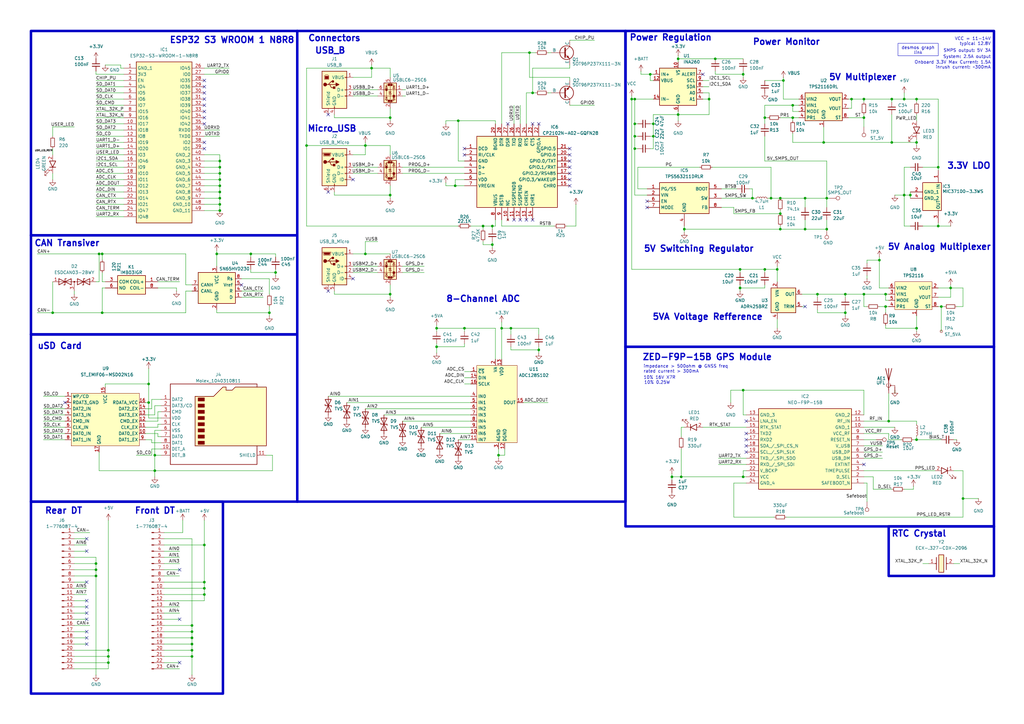
<source format=kicad_sch>
(kicad_sch (version 20250114) (generator "eeschema") (generator_version "9.0")
  (paper "A3")
  (title_block (title "SDM26 Datalogger") (company "Sun Devil Motorsports"))
  (rectangle (start 121.92 12.7) (end 256.54 205.74) (stroke (width 1.016)))
  (rectangle (start 12.7 205.74) (end 91.44 284.48) (stroke (width 1.016)))
  (rectangle (start 256.54 142.24) (end 407.67 215.9) (stroke (width 1.016)))
  (rectangle (start 256.54 12.7) (end 407.67 142.24) (stroke (width 1.016)))
  (rectangle (start 12.7 137.16) (end 121.92 205.74) (stroke (width 1.016)))
  (rectangle (start 12.7 12.7) (end 121.92 96.52) (stroke (width 1.016)))
  (rectangle (start 364.49 215.9) (end 407.67 236.22) (stroke (width 1.016)))
  (rectangle (start 12.7 96.52) (end 121.92 137.16) (stroke (width 1.016)))
  (text "Power Regulation" (at 258.064 17.018 0) (effects (font (size 2.54 2.54) (thickness 0.512) (bold yes)) (justify left bottom)))
  (text "5V Multiplexer" (at 339.852 33.274 0) (effects (font (size 2.54 2.54) (thickness 0.512) (bold yes)) (justify left bottom)))
  (text "CAN Transiver" (at 13.97 101.346 0) (effects (font (size 2.54 2.54) (thickness 0.512) (bold yes)) (justify left bottom)))
  (text "10% 16V X7R" (at 263.906 155.702 0) (effects (font (size 1.27 1.27)) (justify left bottom)))
  (text "inrush current: ~300mA" (at 406.4 28.448 0) (effects (font (size 1.27 1.27)) (justify right bottom)))
  (text "5V Switching Regulator" (at 263.906 103.632 0) (effects (font (size 2.54 2.54) (thickness 0.512) (bold yes)) (justify left bottom)))
  (text "5V Analog Multiplexer" (at 363.982 102.87 0) (effects (font (size 2.54 2.54) (thickness 0.512) (bold yes)) (justify left bottom)))
  (text "ESP32 S3 WROOM 1 N8R8" (at 120.904 18.034 0) (effects (font (size 2.54 2.54) (thickness 0.512) (bold yes)) (justify right bottom)))
  (text "Power Monitor" (at 308.61 18.796 0) (effects (font (size 2.54 2.54) (thickness 0.512) (bold yes)) (justify left bottom)))
  (text "RTC Crystal" (at 365.506 220.472 0) (effects (font (size 2.54 2.54) (thickness 0.512) (bold yes)) (justify left bottom)))
  (text "Connectors" (at 126.238 17.272 0) (effects (font (size 2.54 2.54) (thickness 0.512) (bold yes)) (justify left bottom)))
  (text "10% 0.25W" (at 264.16 157.734 0) (effects (font (size 1.27 1.27)) (justify left bottom)))
  (text "Micro_USB" (at 125.984 54.356 0) (effects (font (size 2.54 2.54) (thickness 0.512) (bold yes)) (justify left bottom)))
  (text "Onboard 3.3V Max Current: 1.5A" (at 406.4 26.416 0) (effects (font (size 1.27 1.27)) (justify right bottom)))
  (text "impedance > 500ohm @ GNSS freq\nrated current > 300mA" (at 263.906 153.162 0) (effects (font (size 1.27 1.27)) (justify left bottom)))
  (text "Front DT" (at 55.118 211.074 0) (effects (font (size 2.54 2.54) (thickness 0.512) (bold yes)) (justify left bottom)))
  (text "3.3V LDO" (at 388.366 69.596 0) (effects (font (size 2.54 2.54) (thickness 0.512) (bold yes)) (justify left bottom)))
  (text "VCC = 11-14V\ntypical 12.8V" (at 406.4 18.796 0) (effects (font (size 1.27 1.27)) (justify right bottom)))
  (text "USB_B" (at 129.032 22.352 0) (effects (font (size 2.54 2.54) (thickness 0.512) (bold yes)) (justify left bottom)))
  (text "8-Channel ADC" (at 182.88 124.206 0) (effects (font (size 2.54 2.54) (thickness 0.512) (bold yes)) (justify left bottom)))
  (text "uSD Card" (at 15.24 143.51 0) (effects (font (size 2.54 2.54) (thickness 0.512) (bold yes)) (justify left bottom)))
  (text "5VA Voltage Refference " (at 267.462 131.572 0) (effects (font (size 2.54 2.54) (thickness 0.512) (bold yes)) (justify left bottom)))
  (text "SMPS output: 5V 3A" (at 406.4 21.59 0) (effects (font (size 1.27 1.27)) (justify right bottom)))
  (text "ZED-F9P-15B GPS Module" (at 263.398 148.082 0) (effects (font (size 2.54 2.54) (thickness 0.512) (bold yes)) (justify left bottom)))
  (text "System: 2.5A output" (at 406.4 24.13 0) (effects (font (size 1.27 1.27)) (justify right bottom)))
  (text "Rear DT\n" (at 18.288 211.074 0) (effects (font (size 2.54 2.54) (thickness 0.512) (bold yes)) (justify left bottom)))
  (text_box "desmos graph link" (at 368.3 17.78 0) (size 16.51 5.08) (margins 0.9525 0.9525 0.9525 0.9525) (effects (font (size 1.27 1.27)) (justify top)))
  (junction (at 279.4 195.58))
  (junction (at 373.38 80.01))
  (junction (at 78.74 269.24))
  (junction (at 364.49 172.72))
  (junction (at 365.76 58.42))
  (junction (at 330.2 81.28))
  (junction (at 205.74 134.62))
  (junction (at 304.8 160.02))
  (junction (at 363.22 120.65))
  (junction (at 320.04 93.98))
  (junction (at 266.7 30.48))
  (junction (at 386.08 125.73))
  (junction (at 354.33 48.26))
  (junction (at 186.69 76.2))
  (junction (at 303.53 110.49))
  (junction (at 78.74 266.7))
  (junction (at 313.69 48.26))
  (junction (at 384.81 92.71))
  (junction (at 370.84 40.64))
  (junction (at 83.82 223.52))
  (junction (at 308.61 81.28))
  (junction (at 217.17 21.59))
  (junction (at 113.03 111.76))
  (junction (at 260.35 60.96))
  (junction (at 198.12 92.71))
  (junction (at 204.47 186.69))
  (junction (at 370.84 80.01))
  (junction (at 44.45 266.7))
  (junction (at 39.37 231.14))
  (junction (at 187.96 49.53))
  (junction (at 78.74 259.08))
  (junction (at 318.77 110.49))
  (junction (at 304.8 30.48))
  (junction (at 290.83 40.64))
  (junction (at 90.17 71.12))
  (junction (at 44.45 271.78))
  (junction (at 316.23 81.28))
  (junction (at 325.12 48.26))
  (junction (at 293.37 24.13))
  (junction (at 346.71 120.65))
  (junction (at 365.76 40.64))
  (junction (at 102.87 104.14))
  (junction (at 88.9 104.14))
  (junction (at 339.09 81.28))
  (junction (at 267.97 55.88))
  (junction (at 330.2 93.98))
  (junction (at 275.59 195.58))
  (junction (at 160.02 80.01))
  (junction (at 90.17 76.2))
  (junction (at 83.82 238.76))
  (junction (at 375.92 58.42))
  (junction (at 152.4 27.94))
  (junction (at 313.69 110.49))
  (junction (at 260.35 40.64))
  (junction (at 63.5 186.69))
  (junction (at 160.02 48.26))
  (junction (at 337.82 58.42))
  (junction (at 39.37 233.68))
  (junction (at 179.07 134.62))
  (junction (at 394.97 204.47))
  (junction (at 209.55 134.62))
  (junction (at 39.37 236.22))
  (junction (at 90.17 68.58))
  (junction (at 90.17 66.04))
  (junction (at 320.04 81.28))
  (junction (at 179.07 142.24))
  (junction (at 110.49 128.27))
  (junction (at 90.17 81.28))
  (junction (at 90.17 73.66))
  (junction (at 218.44 38.1))
  (junction (at 201.93 100.33))
  (junction (at 325.12 43.18))
  (junction (at 60.96 165.1))
  (junction (at 44.45 269.24))
  (junction (at 354.33 120.65))
  (junction (at 360.68 106.68))
  (junction (at 40.64 104.14))
  (junction (at 321.31 33.02))
  (junction (at 259.08 40.64))
  (junction (at 304.8 195.58))
  (junction (at 260.35 55.88))
  (junction (at 260.35 50.8))
  (junction (at 363.22 125.73))
  (junction (at 320.04 87.63))
  (junction (at 83.82 241.3))
  (junction (at 375.92 134.62))
  (junction (at 149.86 104.14))
  (junction (at 41.91 128.27))
  (junction (at 375.92 40.64))
  (junction (at 278.13 46.99))
  (junction (at 90.17 83.82))
  (junction (at 83.82 243.84))
  (junction (at 190.5 134.62))
  (junction (at 78.74 264.16))
  (junction (at 220.98 143.51))
  (junction (at 349.25 40.64))
  (junction (at 384.81 68.58))
  (junction (at 375.92 180.34))
  (junction (at 280.67 93.98))
  (junction (at 90.17 86.36))
  (junction (at 267.97 50.8))
  (junction (at 160.02 120.65))
  (junction (at 201.93 92.71))
  (junction (at 78.74 261.62))
  (junction (at 149.86 59.69))
  (junction (at 346.71 128.27))
  (junction (at 78.74 256.54))
  (junction (at 303.53 118.11))
  (junction (at 60.96 157.48))
  (junction (at 21.59 128.27))
  (junction (at 335.28 120.65))
  (junction (at 354.33 40.64))
  (junction (at 278.13 24.13))
  (junction (at 63.5 193.04))
  (junction (at 339.09 93.98))
  (junction (at 41.91 104.14))
  (junction (at 90.17 78.74))
  (junction (at 389.89 118.11))
  (junction (at 125.73 59.69))
  (no_connect (at 35.56 226.06))
  (no_connect (at 83.82 48.26))
  (no_connect (at 73.66 233.68))
  (no_connect (at 35.56 261.62))
  (no_connect (at 208.28 50.8))
  (no_connect (at 83.82 33.02))
  (no_connect (at 83.82 45.72))
  (no_connect (at 306.07 172.72))
  (no_connect (at 218.44 90.17))
  (no_connect (at 330.2 125.73))
  (no_connect (at 213.36 90.17))
  (no_connect (at 306.07 180.34))
  (no_connect (at 306.07 185.42))
  (no_connect (at 83.82 40.64))
  (no_connect (at 35.56 251.46))
  (no_connect (at 233.68 73.66))
  (no_connect (at 83.82 58.42))
  (no_connect (at 233.68 76.2))
  (no_connect (at 26.67 165.1))
  (no_connect (at 354.33 190.5))
  (no_connect (at 35.56 246.38))
  (no_connect (at 35.56 248.92))
  (no_connect (at 35.56 220.98))
  (no_connect (at 73.66 271.78))
  (no_connect (at 233.68 63.5))
  (no_connect (at 35.56 264.16))
  (no_connect (at 233.68 71.12))
  (no_connect (at 265.43 85.09))
  (no_connect (at 134.62 78.74))
  (no_connect (at 215.9 90.17))
  (no_connect (at 35.56 259.08))
  (no_connect (at 83.82 60.96))
  (no_connect (at 134.62 46.99))
  (no_connect (at 83.82 50.8))
  (no_connect (at 83.82 38.1))
  (no_connect (at 83.82 35.56))
  (no_connect (at 210.82 90.17))
  (no_connect (at 218.44 50.8))
  (no_connect (at 144.78 114.3))
  (no_connect (at 144.78 73.66))
  (no_connect (at 288.29 30.48))
  (no_connect (at 35.56 238.76))
  (no_connect (at 35.56 254))
  (no_connect (at 134.62 119.38))
  (no_connect (at 306.07 182.88))
  (no_connect (at 83.82 43.18))
  (no_connect (at 190.5 60.96))
  (no_connect (at 99.06 116.84))
  (no_connect (at 306.07 177.8))
  (no_connect (at 233.68 68.58))
  (no_connect (at 73.66 254))
  (no_connect (at 233.68 66.04))
  (no_connect (at 220.98 50.8))
  (no_connect (at 233.68 60.96))
  (no_connect (at 265.43 82.55))
  (no_connect (at 190.5 63.5))
  (wire (pts (xy 354.33 195.58) (xy 358.14 195.58)))
  (wire (pts (xy 363.22 125.73) (xy 363.22 128.27)))
  (wire (pts (xy 67.31 274.32) (xy 73.66 274.32)))
  (wire (pts (xy 367.03 161.29) (xy 367.03 160.02)))
  (wire (pts (xy 39.37 68.58) (xy 50.8 68.58)))
  (wire (pts (xy 318.77 130.81) (xy 318.77 134.62)))
  (wire (pts (xy 214.63 165.1) (xy 224.79 165.1)))
  (wire (pts (xy 280.67 93.98) (xy 280.67 92.71)))
  (wire (pts (xy 363.22 123.19) (xy 363.22 120.65)))
  (wire (pts (xy 313.69 43.18) (xy 325.12 43.18)))
  (wire (pts (xy 354.33 40.64) (xy 354.33 41.91)))
  (wire (pts (xy 327.66 40.64) (xy 321.31 40.64)))
  (wire (pts (xy 375.92 58.42) (xy 375.92 59.69)))
  (wire (pts (xy 144.78 104.14) (xy 149.86 104.14)))
  (wire (pts (xy 78.74 264.16) (xy 78.74 266.7)))
  (wire (pts (xy 262.89 30.48) (xy 266.7 30.48)))
  (wire (pts (xy 111.76 186.69) (xy 111.76 193.04)))
  (wire (pts (xy 198.12 100.33) (xy 201.93 100.33)))
  (wire (pts (xy 261.62 55.88) (xy 260.35 55.88)))
  (wire (pts (xy 349.25 40.64) (xy 349.25 44.45)))
  (wire (pts (xy 300.99 212.09) (xy 317.5 212.09)))
  (wire (pts (xy 41.91 111.76) (xy 41.91 115.57)))
  (wire (pts (xy 39.37 78.74) (xy 50.8 78.74)))
  (wire (pts (xy 295.91 81.28) (xy 308.61 81.28)))
  (wire (pts (xy 67.31 218.44) (xy 74.93 218.44)))
  (wire (pts (xy 157.48 170.18) (xy 193.04 170.18)))
  (wire (pts (xy 67.31 233.68) (xy 73.66 233.68)))
  (wire (pts (xy 198.12 92.71) (xy 201.93 92.71)))
  (wire (pts (xy 209.55 143.51) (xy 220.98 143.51)))
  (wire (pts (xy 359.41 180.34) (xy 354.33 180.34)))
  (wire (pts (xy 375.92 172.72) (xy 375.92 173.99)))
  (wire (pts (xy 198.12 99.06) (xy 198.12 100.33)))
  (wire (pts (xy 39.37 86.36) (xy 50.8 86.36)))
  (wire (pts (xy 76.2 104.14) (xy 76.2 116.84)))
  (wire (pts (xy 40.64 193.04) (xy 63.5 193.04)))
  (wire (pts (xy 30.48 259.08) (xy 35.56 259.08)))
  (wire (pts (xy 30.48 264.16) (xy 35.56 264.16)))
  (wire (pts (xy 66.04 166.37) (xy 63.5 166.37)))
  (wire (pts (xy 17.78 162.56) (xy 26.67 162.56)))
  (wire (pts (xy 179.07 142.24) (xy 179.07 144.78)))
  (wire (pts (xy 59.69 167.64) (xy 62.23 167.64)))
  (wire (pts (xy 137.16 80.01) (xy 137.16 78.74)))
  (wire (pts (xy 30.48 228.6) (xy 39.37 228.6)))
  (wire (pts (xy 290.83 38.1) (xy 288.29 38.1)))
  (wire (pts (xy 30.48 220.98) (xy 35.56 220.98)))
  (wire (pts (xy 149.86 104.14) (xy 160.02 104.14)))
  (wire (pts (xy 280.67 93.98) (xy 320.04 93.98)))
  (wire (pts (xy 205.74 134.62) (xy 205.74 147.32)))
  (wire (pts (xy 44.45 266.7) (xy 44.45 269.24)))
  (wire (pts (xy 78.74 256.54) (xy 78.74 259.08)))
  (wire (pts (xy 320.04 86.36) (xy 320.04 87.63)))
  (wire (pts (xy 321.31 33.02) (xy 321.31 40.64)))
  (wire (pts (xy 83.82 68.58) (xy 90.17 68.58)))
  (wire (pts (xy 21.59 60.96) (xy 21.59 63.5)))
  (wire (pts (xy 41.91 118.11) (xy 41.91 128.27)))
  (wire (pts (xy 325.12 48.26) (xy 327.66 48.26)))
  (wire (pts (xy 354.33 120.65) (xy 363.22 120.65)))
  (wire (pts (xy 190.5 66.04) (xy 187.96 66.04)))
  (wire (pts (xy 63.5 166.37) (xy 63.5 170.18)))
  (wire (pts (xy 88.9 104.14) (xy 88.9 109.22)))
  (wire (pts (xy 303.53 118.11) (xy 303.53 119.38)))
  (wire (pts (xy 67.31 248.92) (xy 73.66 248.92)))
  (wire (pts (xy 83.82 76.2) (xy 90.17 76.2)))
  (wire (pts (xy 313.69 66.04) (xy 339.09 66.04)))
  (wire (pts (xy 375.92 134.62) (xy 363.22 134.62)))
  (wire (pts (xy 233.68 31.75) (xy 233.68 33.02)))
  (wire (pts (xy 39.37 35.56) (xy 50.8 35.56)))
  (wire (pts (xy 355.6 125.73) (xy 354.33 125.73)))
  (wire (pts (xy 83.82 27.94) (xy 93.98 27.94)))
  (wire (pts (xy 64.77 179.07) (xy 66.04 179.07)))
  (wire (pts (xy 30.48 223.52) (xy 35.56 223.52)))
  (wire (pts (xy 278.13 46.99) (xy 278.13 49.53)))
  (wire (pts (xy 220.98 142.24) (xy 220.98 143.51)))
  (wire (pts (xy 187.96 49.53) (xy 187.96 66.04)))
  (wire (pts (xy 293.37 24.13) (xy 304.8 24.13)))
  (wire (pts (xy 50.8 27.94) (xy 49.53 27.94)))
  (wire (pts (xy 364.49 180.34) (xy 364.49 177.8)))
  (wire (pts (xy 288.29 35.56) (xy 290.83 35.56)))
  (wire (pts (xy 110.49 128.27) (xy 110.49 129.54)))
  (wire (pts (xy 15.24 128.27) (xy 21.59 128.27)))
  (wire (pts (xy 201.93 99.06) (xy 201.93 100.33)))
  (wire (pts (xy 278.13 45.72) (xy 278.13 46.99)))
  (wire (pts (xy 394.97 204.47) (xy 394.97 212.09)))
  (wire (pts (xy 384.81 68.58) (xy 384.81 69.85)))
  (wire (pts (xy 39.37 231.14) (xy 39.37 233.68)))
  (wire (pts (xy 83.82 223.52) (xy 83.82 238.76)))
  (wire (pts (xy 360.68 125.73) (xy 363.22 125.73)))
  (wire (pts (xy 165.1 36.83) (xy 166.37 36.83)))
  (wire (pts (xy 113.03 111.76) (xy 113.03 113.03)))
  (wire (pts (xy 39.37 228.6) (xy 39.37 231.14)))
  (wire (pts (xy 187.96 180.34) (xy 193.04 180.34)))
  (wire (pts (xy 43.18 158.75) (xy 43.18 157.48)))
  (wire (pts (xy 39.37 83.82) (xy 50.8 83.82)))
  (wire (pts (xy 39.37 55.88) (xy 50.8 55.88)))
  (wire (pts (xy 44.45 269.24) (xy 44.45 271.78)))
  (wire (pts (xy 370.84 68.58) (xy 373.38 68.58)))
  (wire (pts (xy 266.7 33.02) (xy 267.97 33.02)))
  (wire (pts (xy 304.8 160.02) (xy 304.8 170.18)))
  (wire (pts (xy 322.58 212.09) (xy 394.97 212.09)))
  (wire (pts (xy 316.23 81.28) (xy 320.04 81.28)))
  (wire (pts (xy 391.16 231.14) (xy 393.7 231.14)))
  (wire (pts (xy 83.82 81.28) (xy 90.17 81.28)))
  (wire (pts (xy 260.35 80.01) (xy 265.43 80.01)))
  (wire (pts (xy 210.82 50.8) (xy 210.82 43.18)))
  (wire (pts (xy 306.07 193.04) (xy 304.8 193.04)))
  (wire (pts (xy 278.13 24.13) (xy 278.13 25.4)))
  (wire (pts (xy 50.8 63.5) (xy 39.37 63.5)))
  (wire (pts (xy 64.77 115.57) (xy 73.66 115.57)))
  (wire (pts (xy 349.25 40.64) (xy 354.33 40.64)))
  (wire (pts (xy 335.28 128.27) (xy 335.28 127)))
  (wire (pts (xy 76.2 116.84) (xy 78.74 116.84)))
  (wire (pts (xy 304.8 30.48) (xy 304.8 31.75)))
  (wire (pts (xy 288.29 175.26) (xy 306.07 175.26)))
  (wire (pts (xy 40.64 104.14) (xy 41.91 104.14)))
  (wire (pts (xy 365.76 40.64) (xy 370.84 40.64)))
  (wire (pts (xy 17.78 180.34) (xy 26.67 180.34)))
  (wire (pts (xy 370.84 80.01) (xy 370.84 92.71)))
  (wire (pts (xy 39.37 58.42) (xy 50.8 58.42)))
  (wire (pts (xy 30.48 246.38) (xy 35.56 246.38)))
  (wire (pts (xy 375.92 57.15) (xy 375.92 58.42)))
  (wire (pts (xy 30.48 241.3) (xy 35.56 241.3)))
  (wire (pts (xy 67.31 246.38) (xy 83.82 246.38)))
  (wire (pts (xy 137.16 80.01) (xy 160.02 80.01)))
  (wire (pts (xy 190.5 154.94) (xy 193.04 154.94)))
  (wire (pts (xy 125.73 59.69) (xy 149.86 59.69)))
  (wire (pts (xy 325.12 45.72) (xy 327.66 45.72)))
  (wire (pts (xy 186.69 76.2) (xy 190.5 76.2)))
  (wire (pts (xy 41.91 104.14) (xy 76.2 104.14)))
  (wire (pts (xy 109.22 186.69) (xy 111.76 186.69)))
  (wire (pts (xy 355.6 198.12) (xy 355.6 205.74)))
  (wire (pts (xy 39.37 48.26) (xy 50.8 48.26)))
  (wire (pts (xy 125.73 59.69) (xy 125.73 92.71)))
  (wire (pts (xy 394.97 204.47) (xy 401.32 204.47)))
  (wire (pts (xy 102.87 104.14) (xy 113.03 104.14)))
  (wire (pts (xy 233.68 27.94) (xy 233.68 26.67)))
  (wire (pts (xy 39.37 30.48) (xy 50.8 30.48)))
  (wire (pts (xy 39.37 88.9) (xy 50.8 88.9)))
  (wire (pts (xy 384.81 118.11) (xy 389.89 118.11)))
  (wire (pts (xy 63.5 193.04) (xy 111.76 193.04)))
  (wire (pts (xy 354.33 48.26) (xy 354.33 46.99)))
  (wire (pts (xy 67.31 251.46) (xy 73.66 251.46)))
  (wire (pts (xy 30.48 251.46) (xy 35.56 251.46)))
  (wire (pts (xy 78.74 220.98) (xy 78.74 256.54)))
  (wire (pts (xy 290.83 40.64) (xy 290.83 46.99)))
  (wire (pts (xy 149.86 59.69) (xy 149.86 63.5)))
  (wire (pts (xy 375.92 179.07) (xy 375.92 180.34)))
  (wire (pts (xy 39.37 236.22) (xy 39.37 276.86)))
  (wire (pts (xy 275.59 195.58) (xy 275.59 194.31)))
  (wire (pts (xy 233.68 16.51) (xy 243.84 16.51)))
  (wire (pts (xy 306.07 195.58) (xy 304.8 195.58)))
  (wire (pts (xy 304.8 195.58) (xy 304.8 193.04)))
  (wire (pts (xy 113.03 110.49) (xy 113.03 111.76)))
  (wire (pts (xy 64.77 168.91) (xy 64.77 172.72)))
  (wire (pts (xy 325.12 54.61) (xy 325.12 58.42)))
  (wire (pts (xy 64.77 118.11) (xy 72.39 118.11)))
  (wire (pts (xy 165.1 172.72) (xy 193.04 172.72)))
  (wire (pts (xy 370.84 80.01) (xy 367.03 80.01)))
  (wire (pts (xy 375.92 134.62) (xy 375.92 135.89)))
  (wire (pts (xy 67.31 238.76) (xy 83.82 238.76)))
  (wire (pts (xy 303.53 111.76) (xy 303.53 110.49)))
  (wire (pts (xy 160.02 76.2) (xy 160.02 80.01)))
  (wire (pts (xy 160.02 44.45) (xy 160.02 48.26)))
  (wire (pts (xy 365.76 46.99) (xy 365.76 58.42)))
  (wire (pts (xy 144.78 36.83) (xy 154.94 36.83)))
  (wire (pts (xy 62.23 163.83) (xy 66.04 163.83)))
  (wire (pts (xy 394.97 193.04) (xy 394.97 204.47)))
  (wire (pts (xy 99.06 119.38) (xy 107.95 119.38)))
  (wire (pts (xy 40.64 185.42) (xy 40.64 193.04)))
  (wire (pts (xy 83.82 86.36) (xy 90.17 86.36)))
  (wire (pts (xy 354.33 198.12) (xy 355.6 198.12)))
  (wire (pts (xy 307.34 77.47) (xy 308.61 77.47)))
  (wire (pts (xy 328.93 120.65) (xy 335.28 120.65)))
  (wire (pts (xy 375.92 46.99) (xy 375.92 49.53)))
  (wire (pts (xy 347.98 40.64) (xy 349.25 40.64)))
  (wire (pts (xy 358.14 200.66) (xy 365.76 200.66)))
  (wire (pts (xy 165.1 39.37) (xy 166.37 39.37)))
  (wire (pts (xy 113.03 104.14) (xy 113.03 105.41)))
  (wire (pts (xy 66.04 173.99) (xy 64.77 173.99)))
  (wire (pts (xy 267.97 46.99) (xy 267.97 50.8)))
  (wire (pts (xy 355.6 107.95) (xy 355.6 106.68)))
  (wire (pts (xy 201.93 100.33) (xy 201.93 101.6)))
  (wire (pts (xy 364.49 161.29) (xy 364.49 172.72)))
  (wire (pts (xy 278.13 22.86) (xy 278.13 24.13)))
  (wire (pts (xy 15.24 104.14) (xy 40.64 104.14)))
  (wire (pts (xy 83.82 78.74) (xy 90.17 78.74)))
  (wire (pts (xy 384.81 121.92) (xy 389.89 121.92)))
  (wire (pts (xy 40.64 104.14) (xy 40.64 115.57)))
  (wire (pts (xy 39.37 50.8) (xy 50.8 50.8)))
  (wire (pts (xy 67.31 236.22) (xy 73.66 236.22)))
  (wire (pts (xy 355.6 106.68) (xy 360.68 106.68)))
  (wire (pts (xy 66.04 168.91) (xy 64.77 168.91)))
  (wire (pts (xy 209.55 134.62) (xy 205.74 134.62)))
  (wire (pts (xy 275.59 195.58) (xy 279.4 195.58)))
  (wire (pts (xy 260.35 60.96) (xy 260.35 80.01)))
  (wire (pts (xy 88.9 104.14) (xy 102.87 104.14)))
  (wire (pts (xy 213.36 50.8) (xy 213.36 43.18)))
  (wire (pts (xy 260.35 55.88) (xy 260.35 60.96)))
  (wire (pts (xy 39.37 60.96) (xy 50.8 60.96)))
  (wire (pts (xy 313.69 66.04) (xy 313.69 55.88)))
  (wire (pts (xy 218.44 27.94) (xy 218.44 38.1)))
  (wire (pts (xy 78.74 259.08) (xy 78.74 261.62)))
  (wire (pts (xy 236.22 92.71) (xy 236.22 83.82)))
  (wire (pts (xy 90.17 76.2) (xy 90.17 78.74)))
  (wire (pts (xy 149.86 99.06) (xy 154.94 99.06)))
  (wire (pts (xy 30.48 233.68) (xy 39.37 233.68)))
  (wire (pts (xy 259.08 40.64) (xy 259.08 110.49)))
  (wire (pts (xy 67.31 226.06) (xy 73.66 226.06)))
  (wire (pts (xy 144.78 31.75) (xy 152.4 31.75)))
  (wire (pts (xy 83.82 30.48) (xy 93.98 30.48)))
  (wire (pts (xy 43.18 26.67) (xy 49.53 26.67)))
  (wire (pts (xy 60.96 165.1) (xy 60.96 157.48)))
  (wire (pts (xy 361.95 187.96) (xy 354.33 187.96)))
  (wire (pts (xy 295.91 77.47) (xy 302.26 77.47)))
  (wire (pts (xy 74.93 213.36) (xy 74.93 218.44)))
  (wire (pts (xy 205.74 92.71) (xy 227.33 92.71)))
  (wire (pts (xy 374.65 180.34) (xy 375.92 180.34)))
  (wire (pts (xy 304.8 160.02) (xy 354.33 160.02)))
  (wire (pts (xy 125.73 27.94) (xy 125.73 59.69)))
  (wire (pts (xy 66.04 176.53) (xy 63.5 176.53)))
  (wire (pts (xy 67.31 220.98) (xy 78.74 220.98)))
  (wire (pts (xy 304.8 29.21) (xy 304.8 30.48)))
  (wire (pts (xy 149.86 58.42) (xy 149.86 59.69)))
  (wire (pts (xy 49.53 26.67) (xy 49.53 27.94)))
  (wire (pts (xy 83.82 73.66) (xy 90.17 73.66)))
  (wire (pts (xy 30.48 269.24) (xy 44.45 269.24)))
  (wire (pts (xy 30.48 248.92) (xy 35.56 248.92)))
  (wire (pts (xy 30.48 243.84) (xy 35.56 243.84)))
  (wire (pts (xy 335.28 120.65) (xy 346.71 120.65)))
  (wire (pts (xy 67.31 271.78) (xy 73.66 271.78)))
  (wire (pts (xy 67.31 264.16) (xy 78.74 264.16)))
  (wire (pts (xy 182.88 76.2) (xy 182.88 74.93)))
  (wire (pts (xy 292.1 68.58) (xy 316.23 68.58)))
  (wire (pts (xy 41.91 128.27) (xy 76.2 128.27)))
  (wire (pts (xy 67.31 269.24) (xy 78.74 269.24)))
  (wire (pts (xy 373.38 80.01) (xy 370.84 80.01)))
  (wire (pts (xy 293.37 29.21) (xy 293.37 30.48)))
  (wire (pts (xy 207.01 186.69) (xy 204.47 186.69)))
  (wire (pts (xy 363.22 125.73) (xy 364.49 125.73)))
  (wire (pts (xy 220.98 137.16) (xy 220.98 134.62)))
  (wire (pts (xy 201.93 92.71) (xy 201.93 93.98)))
  (wire (pts (xy 363.22 120.65) (xy 364.49 120.65)))
  (wire (pts (xy 149.86 167.64) (xy 193.04 167.64)))
  (wire (pts (xy 339.09 81.28) (xy 339.09 85.09)))
  (wire (pts (xy 259.08 40.64) (xy 260.35 40.64)))
  (wire (pts (xy 346.71 128.27) (xy 346.71 127)))
  (wire (pts (xy 90.17 66.04) (xy 90.17 68.58)))
  (wire (pts (xy 217.17 21.59) (xy 219.71 21.59)))
  (wire (pts (xy 59.69 180.34) (xy 62.23 180.34)))
  (wire (pts (xy 370.84 40.64) (xy 375.92 40.64)))
  (wire (pts (xy 39.37 33.02) (xy 50.8 33.02)))
  (wire (pts (xy 337.82 52.07) (xy 337.82 58.42)))
  (wire (pts (xy 39.37 81.28) (xy 50.8 81.28)))
  (wire (pts (xy 347.98 48.26) (xy 354.33 48.26)))
  (wire (pts (xy 261.62 50.8) (xy 260.35 50.8)))
  (wire (pts (xy 30.48 261.62) (xy 35.56 261.62)))
  (wire (pts (xy 389.89 118.11) (xy 389.89 116.84)))
  (wire (pts (xy 102.87 111.76) (xy 102.87 110.49)))
  (wire (pts (xy 265.43 77.47) (xy 261.62 77.47)))
  (wire (pts (xy 260.35 50.8) (xy 260.35 55.88)))
  (wire (pts (xy 335.28 120.65) (xy 335.28 121.92)))
  (wire (pts (xy 394.97 118.11) (xy 389.89 118.11)))
  (wire (pts (xy 346.71 129.54) (xy 346.71 128.27)))
  (wire (pts (xy 83.82 241.3) (xy 83.82 243.84)))
  (wire (pts (xy 63.5 176.53) (xy 63.5 186.69)))
  (wire (pts (xy 279.4 179.07) (xy 279.4 175.26)))
  (wire (pts (xy 335.28 128.27) (xy 346.71 128.27)))
  (wire (pts (xy 83.82 66.04) (xy 90.17 66.04)))
  (wire (pts (xy 186.69 73.66) (xy 186.69 76.2)))
  (wire (pts (xy 299.72 160.02) (xy 299.72 165.1)))
  (wire (pts (xy 261.62 77.47) (xy 261.62 68.58)))
  (wire (pts (xy 370.84 68.58) (xy 370.84 80.01)))
  (wire (pts (xy 308.61 77.47) (xy 308.61 81.28)))
  (wire (pts (xy 144.78 109.22) (xy 154.94 109.22)))
  (wire (pts (xy 313.69 48.26) (xy 313.69 50.8)))
  (wire (pts (xy 260.35 40.64) (xy 267.97 40.64)))
  (wire (pts (xy 339.09 81.28) (xy 330.2 81.28)))
  (wire (pts (xy 59.69 175.26) (xy 64.77 175.26)))
  (wire (pts (xy 267.97 50.8) (xy 267.97 55.88)))
  (wire (pts (xy 320.04 48.26) (xy 325.12 48.26)))
  (wire (pts (xy 134.62 162.56) (xy 193.04 162.56)))
  (wire (pts (xy 160.02 59.69) (xy 160.02 63.5)))
  (wire (pts (xy 99.06 121.92) (xy 107.95 121.92)))
  (wire (pts (xy 182.88 49.53) (xy 187.96 49.53)))
  (wire (pts (xy 30.48 274.32) (xy 44.45 274.32)))
  (wire (pts (xy 233.68 27.94) (xy 218.44 27.94)))
  (wire (pts (xy 62.23 186.69) (xy 62.23 184.15)))
  (wire (pts (xy 320.04 93.98) (xy 330.2 93.98)))
  (wire (pts (xy 160.02 81.28) (xy 160.02 80.01)))
  (wire (pts (xy 90.17 78.74) (xy 90.17 81.28)))
  (wire (pts (xy 339.09 90.17) (xy 339.09 93.98)))
  (wire (pts (xy 64.77 173.99) (xy 64.77 175.26)))
  (wire (pts (xy 67.31 223.52) (xy 83.82 223.52)))
  (wire (pts (xy 198.12 93.98) (xy 198.12 92.71)))
  (wire (pts (xy 17.78 170.18) (xy 26.67 170.18)))
  (wire (pts (xy 144.78 71.12) (xy 154.94 71.12)))
  (wire (pts (xy 39.37 66.04) (xy 50.8 66.04)))
  (wire (pts (xy 43.18 157.48) (xy 60.96 157.48)))
  (wire (pts (xy 165.1 71.12) (xy 190.5 71.12)))
  (wire (pts (xy 204.47 186.69) (xy 204.47 187.96)))
  (wire (pts (xy 364.49 118.11) (xy 360.68 118.11)))
  (wire (pts (xy 165.1 68.58) (xy 190.5 68.58)))
  (wire (pts (xy 78.74 266.7) (xy 78.74 269.24)))
  (wire (pts (xy 67.31 243.84) (xy 83.82 243.84)))
  (wire (pts (xy 39.37 43.18) (xy 50.8 43.18)))
  (wire (pts (xy 209.55 137.16) (xy 209.55 134.62)))
  (wire (pts (xy 313.69 111.76) (xy 313.69 110.49)))
  (wire (pts (xy 224.79 38.1) (xy 226.06 38.1)))
  (wire (pts (xy 261.62 60.96) (xy 260.35 60.96)))
  (wire (pts (xy 306.07 170.18) (xy 304.8 170.18)))
  (wire (pts (xy 325.12 48.26) (xy 325.12 49.53)))
  (wire (pts (xy 55.88 186.69) (xy 62.23 186.69)))
  (wire (pts (xy 39.37 45.72) (xy 50.8 45.72)))
  (wire (pts (xy 76.2 128.27) (xy 76.2 119.38)))
  (wire (pts (xy 83.82 83.82) (xy 90.17 83.82)))
  (wire (pts (xy 384.81 92.71) (xy 384.81 91.44)))
  (wire (pts (xy 83.82 63.5) (xy 90.17 63.5)))
  (wire (pts (xy 313.69 43.18) (xy 313.69 48.26)))
  (wire (pts (xy 160.02 116.84) (xy 160.02 120.65)))
  (wire (pts (xy 39.37 40.64) (xy 50.8 40.64)))
  (wire (pts (xy 304.8 30.48) (xy 293.37 30.48)))
  (wire (pts (xy 313.69 118.11) (xy 303.53 118.11)))
  (wire (pts (xy 288.29 33.02) (xy 290.83 33.02)))
  (wire (pts (xy 30.48 218.44) (xy 36.83 218.44)))
  (wire (pts (xy 67.31 256.54) (xy 78.74 256.54)))
  (wire (pts (xy 30.48 254) (xy 35.56 254)))
  (wire (pts (xy 346.71 120.65) (xy 346.71 121.92)))
  (wire (pts (xy 190.5 152.4) (xy 193.04 152.4)))
  (wire (pts (xy 320.04 87.63) (xy 300.99 87.63)))
  (wire (pts (xy 63.5 193.04) (xy 63.5 195.58)))
  (wire (pts (xy 17.78 172.72) (xy 26.67 172.72)))
  (wire (pts (xy 179.07 140.97) (xy 179.07 142.24)))
  (wire (pts (xy 384.81 40.64) (xy 384.81 68.58)))
  (wire (pts (xy 364.49 123.19) (xy 363.22 123.19)))
  (wire (pts (xy 215.9 38.1) (xy 218.44 38.1)))
  (wire (pts (xy 215.9 50.8) (xy 215.9 38.1)))
  (wire (pts (xy 39.37 73.66) (xy 50.8 73.66)))
  (wire (pts (xy 325.12 43.18) (xy 327.66 43.18)))
  (wire (pts (xy 290.83 40.64) (xy 288.29 40.64)))
  (wire (pts (xy 41.91 104.14) (xy 41.91 106.68)))
  (wire (pts (xy 300.99 198.12) (xy 306.07 198.12)))
  (wire (pts (xy 384.81 92.71) (xy 389.89 92.71)))
  (wire (pts (xy 365.76 58.42) (xy 375.92 58.42)))
  (wire (pts (xy 217.17 31.75) (xy 217.17 21.59)))
  (wire (pts (xy 67.31 254) (xy 73.66 254)))
  (wire (pts (xy 278.13 24.13) (xy 293.37 24.13)))
  (wire (pts (xy 67.31 259.08) (xy 78.74 259.08)))
  (wire (pts (xy 370.84 38.1) (xy 370.84 40.64)))
  (wire (pts (xy 160.02 27.94) (xy 160.02 31.75)))
  (wire (pts (xy 290.83 38.1) (xy 290.83 40.64)))
  (wire (pts (xy 190.5 134.62) (xy 203.2 134.62)))
  (wire (pts (xy 67.31 231.14) (xy 73.66 231.14)))
  (wire (pts (xy 63.5 186.69) (xy 63.5 193.04)))
  (wire (pts (xy 267.97 55.88) (xy 267.97 60.96)))
  (wire (pts (xy 300.99 198.12) (xy 300.99 212.09)))
  (wire (pts (xy 340.36 81.28) (xy 339.09 81.28)))
  (wire (pts (xy 233.68 31.75) (xy 217.17 31.75)))
  (wire (pts (xy 375.92 40.64) (xy 375.92 41.91)))
  (wire (pts (xy 193.04 92.71) (xy 198.12 92.71)))
  (wire (pts (xy 313.69 33.02) (xy 321.31 33.02)))
  (wire (pts (xy 78.74 269.24) (xy 78.74 276.86)))
  (wire (pts (xy 90.17 68.58) (xy 90.17 71.12)))
  (wire (pts (xy 160.02 121.92) (xy 160.02 120.65)))
  (wire (pts (xy 83.82 243.84) (xy 83.82 246.38)))
  (wire (pts (xy 186.69 73.66) (xy 190.5 73.66)))
  (wire (pts (xy 88.9 102.87) (xy 88.9 104.14)))
  (wire (pts (xy 88.9 128.27) (xy 88.9 127)))
  (wire (pts (xy 67.31 228.6) (xy 73.66 228.6)))
  (wire (pts (xy 165.1 111.76) (xy 173.99 111.76)))
  (wire (pts (xy 373.38 78.74) (xy 373.38 80.01)))
  (wire (pts (xy 308.61 81.28) (xy 309.88 81.28)))
  (wire (pts (xy 59.69 170.18) (xy 63.5 170.18)))
  (wire (pts (xy 266.7 50.8) (xy 267.97 50.8)))
  (wire (pts (xy 358.14 195.58) (xy 358.14 200.66)))
  (wire (pts (xy 21.59 115.57) (xy 21.59 128.27)))
  (wire (pts (xy 346.71 120.65) (xy 354.33 120.65)))
  (wire (pts (xy 66.04 171.45) (xy 60.96 171.45)))
  (wire (pts (xy 144.78 111.76) (xy 154.94 111.76)))
  (wire (pts (xy 110.49 114.3) (xy 110.49 120.65)))
  (wire (pts (xy 330.2 90.17) (xy 330.2 93.98)))
  (wire (pts (xy 201.93 92.71) (xy 203.2 92.71)))
  (wire (pts (xy 314.96 81.28) (xy 316.23 81.28)))
  (wire (pts (xy 364.49 177.8) (xy 354.33 177.8)))
  (wire (pts (xy 364.49 180.34) (xy 369.57 180.34)))
  (wire (pts (xy 83.82 55.88) (xy 90.17 55.88)))
  (wire (pts (xy 39.37 76.2) (xy 50.8 76.2)))
  (wire (pts (xy 365.76 40.64) (xy 365.76 41.91)))
  (wire (pts (xy 40.64 115.57) (xy 39.37 115.57)))
  (wire (pts (xy 44.45 271.78) (xy 44.45 274.32)))
  (wire (pts (xy 21.59 55.88) (xy 21.59 52.07)))
  (wire (pts (xy 266.7 60.96) (xy 267.97 60.96)))
  (wire (pts (xy 64.77 177.8) (xy 64.77 179.07)))
  (wire (pts (xy 203.2 49.53) (xy 187.96 49.53)))
  (wire (pts (xy 35.56 226.06) (xy 30.48 226.06)))
  (wire (pts (xy 41.91 118.11) (xy 43.18 118.11)))
  (wire (pts (xy 152.4 27.94) (xy 160.02 27.94)))
  (wire (pts (xy 30.48 256.54) (xy 36.83 256.54)))
  (wire (pts (xy 330.2 81.28) (xy 330.2 85.09)))
  (wire (pts (xy 218.44 38.1) (xy 219.71 38.1)))
  (wire (pts (xy 375.92 180.34) (xy 386.08 180.34)))
  (wire (pts (xy 152.4 27.94) (xy 125.73 27.94)))
  (wire (pts (xy 354.33 125.73) (xy 354.33 120.65)))
  (wire (pts (xy 354.33 193.04) (xy 383.54 193.04)))
  (wire (pts (xy 203.2 92.71) (xy 203.2 90.17)))
  (wire (pts (xy 300.99 87.63) (xy 300.99 85.09)))
  (wire (pts (xy 190.5 140.97) (xy 190.5 142.24)))
  (wire (pts (xy 204.47 184.15) (xy 204.47 186.69)))
  (wire (pts (xy 179.07 134.62) (xy 179.07 133.35)))
  (wire (pts (xy 313.69 116.84) (xy 313.69 118.11)))
  (wire (pts (xy 67.31 261.62) (xy 78.74 261.62)))
  (wire (pts (xy 299.72 160.02) (xy 304.8 160.02)))
  (wire (pts (xy 83.82 53.34) (xy 90.17 53.34)))
  (wire (pts (xy 355.6 113.03) (xy 355.6 114.3)))
  (wire (pts (xy 205.74 21.59) (xy 205.74 50.8)))
  (wire (pts (xy 290.83 46.99) (xy 278.13 46.99)))
  (wire (pts (xy 179.07 142.24) (xy 190.5 142.24)))
  (wire (pts (xy 261.62 68.58) (xy 287.02 68.58)))
  (wire (pts (xy 137.16 120.65) (xy 160.02 120.65)))
  (wire (pts (xy 233.68 43.18) (xy 243.84 43.18)))
  (wire (pts (xy 41.91 115.57) (xy 43.18 115.57)))
  (wire (pts (xy 39.37 233.68) (xy 39.37 236.22)))
  (wire (pts (xy 102.87 104.14) (xy 102.87 105.41)))
  (wire (pts (xy 386.08 125.73) (xy 386.08 135.89)))
  (wire (pts (xy 354.33 185.42) (xy 361.95 185.42)))
  (wire (pts (xy 30.48 236.22) (xy 39.37 236.22)))
  (wire (pts (xy 39.37 53.34) (xy 50.8 53.34)))
  (wire (pts (xy 279.4 175.26) (xy 280.67 175.26)))
  (wire (pts (xy 144.78 39.37) (xy 154.94 39.37)))
  (wire (pts (xy 354.33 170.18) (xy 354.33 160.02)))
  (wire (pts (xy 354.33 172.72) (xy 364.49 172.72)))
  (wire (pts (xy 384.81 92.71) (xy 378.46 92.71)))
  (wire (pts (xy 294.64 190.5) (xy 306.07 190.5)))
  (wire (pts (xy 386.08 125.73) (xy 387.35 125.73)))
  (wire (pts (xy 182.88 76.2) (xy 186.69 76.2)))
  (wire (pts (xy 205.74 92.71) (xy 205.74 90.17)))
  (wire (pts (xy 318.77 109.22) (xy 318.77 110.49)))
  (wire (pts (xy 39.37 29.21) (xy 39.37 30.48)))
  (wire (pts (xy 224.79 21.59) (xy 226.06 21.59)))
  (wire (pts (xy 88.9 128.27) (xy 110.49 128.27)))
  (wire (pts (xy 318.77 110.49) (xy 318.77 115.57)))
  (wire (pts (xy 160.02 49.53) (xy 160.02 48.26)))
  (wire (pts (xy 62.23 181.61) (xy 62.23 180.34)))
  (wire (pts (xy 90.17 81.28) (xy 90.17 83.82)))
  (wire (pts (xy 378.46 231.14) (xy 381 231.14)))
  (wire (pts (xy 90.17 83.82) (xy 90.17 86.36)))
  (wire (pts (xy 207.01 184.15) (xy 207.01 186.69)))
  (wire (pts (xy 337.82 58.42) (xy 365.76 58.42)))
  (wire (pts (xy 99.06 114.3) (xy 110.49 114.3)))
  (wire (pts (xy 59.69 177.8) (xy 64.77 177.8)))
  (wire (pts (xy 21.59 128.27) (xy 41.91 128.27)))
  (wire (pts (xy 137.16 48.26) (xy 137.16 46.99)))
  (wire (pts (xy 232.41 92.71) (xy 236.22 92.71)))
  (wire (pts (xy 313.69 48.26) (xy 314.96 48.26)))
  (wire (pts (xy 190.5 134.62) (xy 190.5 135.89)))
  (wire (pts (xy 266.7 30.48) (xy 266.7 33.02)))
  (wire (pts (xy 347.98 44.45) (xy 349.25 44.45)))
  (wire (pts (xy 205.74 132.08) (xy 205.74 134.62)))
  (wire (pts (xy 30.48 238.76) (xy 35.56 238.76)))
  (wire (pts (xy 259.08 110.49) (xy 303.53 110.49)))
  (wire (pts (xy 30.48 271.78) (xy 44.45 271.78)))
  (wire (pts (xy 330.2 125.73) (xy 328.93 125.73)))
  (wire (pts (xy 354.33 175.26) (xy 367.03 175.26)))
  (wire (pts (xy 152.4 26.67) (xy 152.4 27.94)))
  (wire (pts (xy 374.65 200.66) (xy 374.65 199.39)))
  (wire (pts (xy 59.69 172.72) (xy 64.77 172.72)))
  (wire (pts (xy 354.33 182.88) (xy 361.95 182.88)))
  (wire (pts (xy 17.78 167.64) (xy 26.67 167.64)))
  (wire (pts (xy 180.34 177.8) (xy 193.04 177.8)))
  (wire (pts (xy 144.78 63.5) (xy 149.86 63.5)))
  (wire (pts (xy 30.48 119.38) (xy 30.48 120.65)))
  (wire (pts (xy 260.35 40.64) (xy 260.35 50.8)))
  (wire (pts (xy 205.74 21.59) (xy 217.17 21.59)))
  (wire (pts (xy 360.68 118.11) (xy 360.68 106.68)))
  (wire (pts (xy 165.1 109.22) (xy 173.99 109.22)))
  (wire (pts (xy 90.17 63.5) (xy 90.17 66.04)))
  (wire (pts (xy 300.99 85.09) (xy 295.91 85.09)))
  (wire (pts (xy 303.53 110.49) (xy 313.69 110.49)))
  (wire (pts (xy 303.53 116.84) (xy 303.53 118.11)))
  (wire (pts (xy 373.38 92.71) (xy 370.84 92.71)))
  (wire (pts (xy 354.33 40.64) (xy 365.76 40.64)))
  (wire (pts (xy 279.4 195.58) (xy 304.8 195.58)))
  (wire (pts (xy 316.23 68.58) (xy 316.23 81.28)))
  (wire (pts (xy 149.86 99.06) (xy 149.86 104.14)))
  (wire (pts (xy 172.72 175.26) (xy 193.04 175.26)))
  (wire (pts (xy 17.78 177.8) (xy 26.67 177.8)))
  (wire (pts (xy 262.89 30.48) (xy 262.89 29.21)))
  (wire (pts (xy 389.89 118.11) (xy 389.89 121.92)))
  (wire (pts (xy 137.16 48.26) (xy 160.02 48.26)))
  (wire (pts (xy 142.24 165.1) (xy 193.04 165.1)))
  (wire (pts (xy 275.59 195.58) (xy 275.59 196.85)))
  (wire (pts (xy 354.33 52.07) (xy 354.33 48.26)))
  (wire (pts (xy 339.09 66.04) (xy 339.09 81.28)))
  (wire (pts (xy 363.22 134.62) (xy 363.22 133.35)))
  (wire (pts (xy 76.2 119.38) (xy 78.74 119.38)))
  (wire (pts (xy 320.04 92.71) (xy 320.04 93.98)))
  (wire (pts (xy 384.81 68.58) (xy 378.46 68.58)))
  (wire (pts (xy 62.23 163.83) (xy 62.23 167.64)))
  (wire (pts (xy 182.88 49.53) (xy 182.88 50.8)))
  (wire (pts (xy 179.07 135.89) (xy 179.07 134.62)))
  (wire (pts (xy 30.48 231.14) (xy 39.37 231.14)))
  (wire (pts (xy 330.2 93.98) (xy 339.09 93.98)))
  (wire (pts (xy 375.92 129.54) (xy 375.92 134.62)))
  (wire (pts (xy 259.08 39.37) (xy 259.08 40.64)))
  (wire (pts (xy 375.92 40.64) (xy 384.81 40.64)))
  (wire (pts (xy 110.49 125.73) (xy 110.49 128.27)))
  (wire (pts (xy 90.17 71.12) (xy 90.17 73.66)))
  (wire (pts (xy 72.39 118.11) (xy 72.39 119.38)))
  (wire (pts (xy 60.96 157.48) (xy 60.96 151.13)))
  (wire (pts (xy 102.87 111.76) (xy 113.03 111.76)))
  (wire (pts (xy 83.82 238.76) (xy 83.82 241.3)))
  (wire (pts (xy 280.67 95.25) (xy 280.67 93.98)))
  (wire (pts (xy 394.97 193.04) (xy 391.16 193.04)))
  (wire (pts (xy 370.84 200.66) (xy 374.65 200.66)))
  (wire (pts (xy 149.86 59.69) (xy 160.02 59.69)))
  (wire (pts (xy 190.5 157.48) (xy 193.04 157.48)))
  (wire (pts (xy 321.31 31.75) (xy 321.31 33.02)))
  (wire (pts (xy 392.43 125.73) (xy 394.97 125.73)))
  (wire (pts (xy 125.73 92.71) (xy 187.96 92.71)))
  (wire (pts (xy 375.92 172.72) (xy 364.49 172.72)))
  (wire (pts (xy 266.7 55.88) (xy 267.97 55.88)))
  (wire (pts (xy 21.59 52.07) (xy 30.48 52.07)))
  (wire (pts (xy 203.2 49.53) (xy 203.2 50.8)))
  (wire (pts (xy 384.81 125.73) (xy 386.08 125.73)))
  (wire (pts (xy 325.12 43.18) (xy 325.12 45.72)))
  (wire (pts (xy 267.97 46.99) (xy 278.13 46.99)))
  (wire (pts (xy 60.96 171.45) (xy 60.96 165.1)))
  (wire (pts (xy 78.74 261.62) (xy 78.74 264.16)))
  (wire (pts (xy 190.5 134.62) (xy 179.07 134.62)))
  (wire (pts (xy 320.04 81.28) (xy 330.2 81.28)))
  (wire (pts (xy 44.45 213.36) (xy 44.45 266.7)))
  (wire (pts (xy 83.82 71.12) (xy 90.17 71.12)))
  (wire (pts (xy 220.98 143.51) (xy 220.98 144.78)))
  (wire (pts (xy 360.68 106.68) (xy 360.68 105.41)))
  (wire (pts (xy 325.12 58.42) (xy 337.82 58.42)))
  (wire (pts (xy 203.2 147.32) (xy 203.2 134.62)))
  (wire (pts (xy 62.23 184.15) (xy 66.04 184.15)))
  (wire (pts (xy 59.69 165.1) (xy 60.96 165.1)))
  (wire (pts (xy 90.17 73.66) (xy 90.17 76.2)))
  (wire (pts (xy 266.7 30.48) (xy 267.97 30.48)))
  (wire (pts (xy 313.69 110.49) (xy 318.77 110.49)))
  (wire (pts (xy 391.16 180.34) (xy 392.43 180.34)))
  (wire (pts (xy 30.48 266.7) (xy 44.45 266.7)))
  (wire (pts (xy 17.78 175.26) (xy 26.67 175.26)))
  (wire (pts (xy 39.37 71.12) (xy 50.8 71.12)))
  (wire (pts (xy 67.31 241.3) (xy 83.82 241.3)))
  (wire (pts (xy 209.55 142.24) (xy 209.55 143.51)))
  (wire (pts (xy 83.82 213.36) (xy 83.82 223.52)))
  (wire (pts (xy 394.97 125.73) (xy 394.97 118.11)))
  (wire (pts (xy 39.37 38.1) (xy 50.8 38.1)))
  (wire (pts (xy 137.16 120.65) (xy 137.16 119.38)))
  (wire (pts (xy 66.04 181.61) (xy 62.23 181.61)))
  (wire (pts (xy 373.38 80.01) (xy 373.38 81.28)))
  (wire (pts (xy 294.64 187.96) (xy 306.07 187.96)))
  (wire (pts (xy 152.4 27.94) (xy 152.4 31.75)))
  (wire (pts (xy 279.4 184.15) (xy 279.4 195.58)))
  (wire (pts (xy 63.5 186.69) (xy 66.04 186.69)))
  (wire (pts (xy 220.98 134.62) (xy 209.55 134.62)))
  (wire (pts (xy 144.78 68.58) (xy 154.94 68.58)))
  (wire (pts (xy 21.59 71.12) (xy 21.59 73.66)))
  (wire (pts (xy 67.31 266.7) (xy 78.74 266.7)))
  (label "AIN2" (at 154.94 167.64 180))
  (label "SD_CLK" (at 17.78 175.26 0))
  (label "GPS_D+" (at 173.99 109.22 180))
  (label "U0TXD" (at 90.17 55.88 180))
  (label "SD_CMD" (at 39.37 43.18 0))
  (label "USBM2_D+" (at 154.94 109.22 180))
  (label "AIN6" (at 185.42 177.8 180))
  (label "ADC_DIN" (at 190.5 154.94 180))
  (label "PPS_LED" (at 383.54 193.04 180))
  (label "PWR_LED" (at 375.92 49.53 180))
  (label "USBM2_D-" (at 154.94 111.76 180))
  (label "SD_CD" (at 17.78 162.56 0))
  (label "AIN3" (at 73.66 231.14 180))
  (label "5V_SMPS_OUT" (at 327.66 66.04 180))
  (label "SD_DAT3" (at 17.78 170.18 0))
  (label "CAN_RTX" (at 107.95 121.92 180))
  (label "SD_DAT3" (at 39.37 50.8 0))
  (label "BTSB" (at 297.18 77.47 0))
  (label "USBM_D-" (at 153.67 71.12 180))
  (label "PROG_D+" (at 176.53 68.58 180))
  (label "AIN3" (at 162.56 170.18 180))
  (label "ADC_DOUT" (at 224.79 165.1 180))
  (label "XTAL_32K_N" (at 393.7 231.14 0))
  (label "PPS_LED_RSTR" (at 389.89 212.09 180))
  (label "SD_DAT0" (at 39.37 38.1 0))
  (label "SMPS_SW" (at 297.18 81.28 0))
  (label "UART2_TX" (at 93.98 27.94 180))
  (label "AIN0" (at 73.66 226.06 180))
  (label "U0RXD" (at 90.17 53.34 180))
  (label "GPS_D+" (at 361.95 185.42 180))
  (label "AIN1" (at 73.66 228.6 180))
  (label "SMPS_FB" (at 309.88 87.63 180))
  (label "GPIO0" (at 243.84 43.18 180))
  (label "VCC_RF" (at 361.95 177.8 180))
  (label "UART1_D+" (at 166.37 36.83 0))
  (label "SD_DAT0" (at 17.78 177.8 0))
  (label "AIN4" (at 170.18 172.72 180))
  (label "CAN_CTX" (at 107.95 119.38 180))
  (label "CAN_CTX" (at 39.37 81.28 0))
  (label "Safeboot" (at 355.6 204.47 180))
  (label "SD_DAT1" (at 17.78 180.34 0))
  (label "ADC_CLK" (at 190.5 157.48 180))
  (label "SD_DAT2" (at 17.78 167.64 0))
  (label "SD_CD" (at 55.88 186.69 0))
  (label "SD_DAT1" (at 39.37 35.56 0))
  (label "AIN7" (at 193.04 180.34 180))
  (label "GPS_D-" (at 361.95 187.96 180))
  (label "I2C1_SCL" (at 39.37 68.58 0))
  (label "CAN+" (at 36.83 256.54 180))
  (label "SD_CLK" (at 39.37 40.64 0))
  (label "I2C1_SDA" (at 290.83 35.56 0))
  (label "AIN4" (at 73.66 251.46 180))
  (label "PROG_D-" (at 176.53 71.12 180))
  (label "CAN-" (at 36.83 218.44 180))
  (label "AIN5" (at 35.56 241.3 180))
  (label "AIN7" (at 35.56 243.84 180))
  (label "USBB_D+" (at 153.67 36.83 180))
  (label "CAN_RTX" (at 39.37 83.82 0))
  (label "GPIO0" (at 93.98 30.48 180))
  (label "UART1_D-" (at 39.37 58.42 0))
  (label "PG" (at 275.59 68.58 180))
  (label "GPS_D-" (at 173.99 111.76 180))
  (label "UART2_RX" (at 39.37 88.9 0))
  (label "CHIP_PU" (at 39.37 33.02 0))
  (label "USER_LED" (at 30.48 52.07 180))
  (label "USR_LED_RSTR" (at 21.59 62.23 180) (effects (font (size 0.65 0.65))))
  (label "CAN+" (at 15.24 104.14 0))
  (label "USBM_D+" (at 153.67 68.58 180))
  (label "UART1_D+" (at 39.37 60.96 0))
  (label "USER_LED" (at 39.37 63.5 0))
  (label "ADC_CLK" (at 39.37 73.66 0))
  (label "AIN2" (at 73.66 248.92 180))
  (label "UART2_RX" (at 294.64 190.5 0))
  (label "VUSB" (at 361.95 182.88 180))
  (label "CHIP_PU" (at 243.84 16.51 180))
  (label "D_SEL" (at 365.76 200.66 180))
  (label "CAN-" (at 15.24 128.27 0))
  (label "XTAL_32K_N" (at 39.37 48.26 0))
  (label "RSTB" (at 226.06 92.71 180))
  (label "SD_DAT2" (at 39.37 53.34 0))
  (label "U0RXD" (at 210.82 43.18 270))
  (label "BIAS_T" (at 381 180.34 0))
  (label "RF_IN" (at 361.95 172.72 180))
  (label "UART2_TX" (at 294.64 187.96 0))
  (label "AIN0" (at 139.7 162.56 180))
  (label "VUSB" (at 154.94 99.06 180))
  (label "CAN_TERM" (at 39.37 86.36 0))
  (label "AIN1" (at 147.32 165.1 180))
  (label "AIN5" (at 177.8 175.26 180))
  (label "SD_CD" (at 39.37 55.88 0))
  (label "I2C1_SDA" (at 39.37 66.04 0))
  (label "CAN_TERM" (at 73.66 115.57 180))
  (label "SD_CMD" (at 17.78 172.72 0))
  (label "RTK_STAT" (at 299.72 175.26 180))
  (label "AIN6" (at 35.56 223.52 180))
  (label "USBB_D-" (at 153.67 39.37 180))
  (label "ST" (at 353.06 48.26 180))
  (label "XTAL_32K_P" (at 39.37 45.72 0))
  (label "I2C1_SCL" (at 290.83 33.02 0))
  (label "ADC_DOUT" (at 39.37 76.2 0))
  (label "CAN-" (at 73.66 236.22 180))
  (label "U0TXD" (at 213.36 43.18 270))
  (label "UART1_D-" (at 166.37 39.37 0))
  (label "CAN+" (at 73.66 274.32 180))
  (label "PR1" (at 323.85 48.26 180))
  (label "XTAL_32K_P" (at 378.46 231.14 180))
  (label "ADC_DIN" (at 39.37 78.74 0))
  (label "ADC_CS" (at 39.37 71.12 0))
  (label "ADC_CS" (at 190.5 152.4 180))
  (symbol (lib_id "Device:D_TVS") (at 149.86 171.45 90) (unit 1)
    (property "Reference" "D8" (at 152.4 170.1799 90) (effects (justify right)))
    (property "Value" "TVS" (at 152.4 172.7199 90) (effects (justify right)))
    (property "Footprint" "Diode_SMD:D_SOD-323" (effects (hide yes)))
  )
  (symbol (lib_id "power:GND") (at 367.03 175.26 0) (unit 1)
    (property "Reference" "#PWR022" (effects (hide yes)))
    (property "Value" "GND" (at 367.03 179.324 0))
    (property "Description" "Power symbol creates a global label with name \"GND\" , ground" (effects (hide yes)))
  )
  (symbol (lib_id "power:GND") (at 303.53 119.38 0) (unit 1)
    (property "Reference" "#PWR040" (effects (hide yes)))
    (property "Value" "GND" (at 303.53 123.19 0))
  )
  (symbol (lib_id "Device:C_Small") (at 293.37 26.67 0) (unit 1)
    (property "Reference" "C26" (at 295.91 25.4063 0) (effects (justify left)))
    (property "Value" "100nF" (at 295.91 27.9463 0) (effects (justify left)))
    (property "Footprint" "Capacitor_SMD:C_0603_1608Metric" (effects (hide yes)))
  )
  (symbol (lib_id "CrystalOscillators:ECX-.327-CDX-2096") (at 381 231.14 0) (unit 1)
    (property "Reference" "Y2" (at 386.08 222.25 0))
    (property "Value" "ECX-.327-CDX-2096" (at 386.08 224.79 0))
    (property "Footprint" "ECX327CDX2096" (effects (hide yes)))
    (property "Datasheet" "https://ecsxtal.com/store/pdf/ECX-.327-CDX-2096.pdf" (effects (hide yes)))
    (property "Description" "Crystals CRYSTAL 32.768 kHZ 12.5 PF SMD, ESR 50K Ohms, +/-5ppm Tolerance -40 C +85 C, 3.2 x 1.5 uw Max +/- 3 ppm 1st Year Aging Max" (effects (hide yes)))
    (property "Height" "0.9" (effects (hide yes)))
    (property "Mouser Part Number" "520-X-.327-CDX2096" (effects (hide yes)))
    (property "Mouser Price/Stock" "https://www.mouser.co.uk/ProductDetail/ECS/ECX-.327-CDX-2096?qs=zW32dvEIR3t11RcE3dxOsQ%3D%3D" (effects (hide yes)))
    (property "Manufacturer_Name" "ECS" (effects (hide yes)))
    (property "Manufacturer_Part_Number" "ECX-.327-CDX-2096" (effects (hide yes)))
  )
  (symbol (lib_id "Device:R_Small") (at 358.14 125.73 90) (unit 1)
    (property "Reference" "R8" (at 358.14 130.81 90))
    (property "Value" "10k" (at 358.14 128.27 90))
    (property "Footprint" "Resistor_SMD:R_0603_1608Metric" (effects (hide yes)))
  )
  (symbol (lib_id "power:+5VA") (at 179.07 133.35 0) (unit 1)
    (property "Reference" "#PWR056" (effects (hide yes)))
    (property "Value" "+5VA" (at 179.07 129.54 0))
  )
  (symbol (lib_name "SSF-LXH100LID-01_1") (lib_id "LEDs:SSF-LXH100LID-01") (at 278.13 175.26 0) (unit 1)
    (property "Reference" "LED1" (at 284.734 169.164 0))
    (property "Value" "RED" (at 284.734 171.704 0))
    (property "Footprint" "SSFLXH100LID01" (effects (hide yes)))
    (property "Datasheet" "https://www.lumex.com/spec/SSF-LXH100LID.pdf" (effects (hide yes)))
    (property "Description" "LED Circuit Board Indicator LED Circuit Board Indicator Single Red Diffused, Tinted 2V 20mA Round with Domed Top 5mm, T-1 3/4 Through Hole, Right Angle" (effects (hide yes)))
    (property "Height" "6.25" (effects (hide yes)))
    (property "Mouser Part Number" "696-SSFLXH100LID01" (effects (hide yes)))
    (property "Mouser Price/Stock" "https://www.mouser.co.uk/ProductDetail/Lumex/SSF-LXH100LID-01?qs=C88QikXmxo6L7xvMs1ej%252BA%3D%3D" (effects (hide yes)))
    (property "Manufacturer_Name" "Lumex" (effects (hide yes)))
    (property "Manufacturer_Part_Number" "SSF-LXH100LID-01" (effects (hide yes)))
  )
  (symbol (lib_id "Device:C_Small") (at 388.62 180.34 90) (unit 1)
    (property "Reference" "C38" (at 387.9913 177.8 0) (effects (justify left)))
    (property "Value" "100nF" (at 390.398 178.308 0) (effects (justify left)))
    (property "Footprint" "Capacitor_SMD:C_0603_1608Metric" (effects (hide yes)))
  )
  (symbol (lib_id "Device:L_Small") (at 375.92 176.53 0) (unit 1)
    (property "Reference" "L2" (at 377.19 175.2599 0) (effects (justify left)))
    (property "Value" "27nH" (at 377.19 177.7999 0) (effects (justify left)))
    (property "Footprint" "Inductor_SMD:L_0603_1608Metric" (effects (hide yes)))
  )
  (symbol (lib_id "Device:R_Small") (at 368.3 200.66 90) (mirror x) (unit 1)
    (property "Reference" "R17" (at 368.3 198.628 90))
    (property "Value" "10k" (at 368.3 196.088 90))
    (property "Footprint" "Resistor_SMD:R_0603_1608Metric" (effects (hide yes)))
  )
  (symbol (lib_id "Device:C_Small") (at 275.59 199.39 0) (mirror x) (unit 1)
    (property "Reference" "C37" (at 278.13 200.0187 0) (effects (justify left)))
    (property "Value" "1uF" (at 278.13 197.4787 0) (effects (justify left)))
    (property "Footprint" "Capacitor_SMD:C_0603_1608Metric" (effects (hide yes)))
  )
  (symbol (lib_id "Device:D_TVS") (at 187.96 184.15 90) (unit 1)
    (property "Reference" "D13" (at 190.5 182.8799 90) (effects (justify right)))
    (property "Value" "TVS" (at 190.5 185.4199 90) (effects (justify right)))
    (property "Footprint" "Diode_SMD:D_SOD-323" (effects (hide yes)))
  )
  (symbol (lib_id "Device:D_TVS") (at 180.34 181.61 90) (unit 1)
    (property "Reference" "D12" (at 182.88 180.3399 90) (effects (justify right)))
    (property "Value" "TVS" (at 182.88 182.8799 90) (effects (justify right)))
    (property "Footprint" "Diode_SMD:D_SOD-323" (effects (hide yes)))
  )
  (symbol (lib_id "power:+5V") (at 44.45 213.36 0) (unit 1)
    (property "Reference" "#PWR013" (effects (hide yes)))
    (property "Value" "+5V" (at 44.45 208.28 0))
    (property "Description" "Power symbol creates a global label with name \"+5V\"" (effects (hide yes)))
  )
  (symbol (lib_id "power:GND") (at 30.48 120.65 0) (unit 1)
    (property "Reference" "#PWR032" (effects (hide yes)))
    (property "Value" "GND" (at 30.48 124.714 0))
    (property "Description" "Power symbol creates a global label with name \"GND\" , ground" (effects (hide yes)))
  )
  (symbol (lib_id "Reference_Voltage:ADR425ARMZ") (at 321.31 123.19 0) (unit 1)
    (property "Reference" "U3" (at 314.96 123.19 0) (effects (justify right)))
    (property "Value" "ADR425BRZ" (at 314.96 125.73 0) (effects (justify right)))
    (property "Footprint" "Package_SO:SOIC-8_3.9x4.9mm_P1.27mm" (effects (hide yes)))
    (property "Datasheet" "https://www.analog.com/media/en/technical-documentation/data-sheets/adr420_421_423_425.pdf" (effects (hide yes)))
  )
  (symbol (lib_id "VoltageRegulators:TPS563211DRLR") (at 265.43 77.47 0) (unit 1)
    (property "Reference" "IC5" (at 280.67 69.85 0))
    (property "Value" "TPS563211DRLR" (at 280.67 72.39 0))
    (property "Footprint" "SOTFL50P160X60-8N" (effects (hide yes)))
    (property "Datasheet" "https://www.ti.com/lit/ds/symlink/tps563211.pdf?ts=1645757213422" (effects (hide yes)))
    (property "Description" "Switching Voltage Regulators 4.2-V to 18-V, 3-A, synchronous buck converter with 1% accuracy, PG/SS and PFM/forced-PWM in SOT583" (effects (hide yes)))
    (property "Height" "0.6" (effects (hide yes)))
    (property "Mouser Part Number" "595-TPS563211DRLR" (effects (hide yes)))
    (property "Mouser Price/Stock" "https://www.mouser.co.uk/ProductDetail/Texas-Instruments/TPS563211DRLR?qs=QNEnbhJQKvZPf9yhsNn8pg%3D%3D" (effects (hide yes)))
    (property "Manufacturer_Name" "Texas Instruments" (effects (hide yes)))
    (property "Manufacturer_Part_Number" "TPS563211DRLR" (effects (hide yes)))
  )
  (symbol (lib_id "VoltageRegulators:MIC37100-3.3WS") (at 383.54 69.85 270) (unit 1)
    (property "Reference" "IC3" (at 388.112 76.454 90))
    (property "Value" "MIC37100-3.3WS" (at 394.97 78.486 90))
    (property "Footprint" "SOT230P700X180-4N" (effects (hide yes)))
    (property "Datasheet" "https://datasheet.datasheetarchive.com/originals/dk/DKDS-15/281099.pdf" (effects (hide yes)))
    (property "Description" "LDO Voltage Regulators 1.0A Low Voltage uCap LDO Regulator" (effects (hide yes)))
    (property "Height" "1.8" (effects (hide yes)))
    (property "Mouser Part Number" "998-MIC37100-3.3WS" (effects (hide yes)))
    (property "Mouser Price/Stock" "https://www.mouser.co.uk/ProductDetail/Microchip-Technology/MIC37100-3.3WS?qs=kh6iOki%2FeLGN%252BjivEzt6Eg%3D%3D" (effects (hide yes)))
    (property "Manufacturer_Name" "Microchip" (effects (hide yes)))
    (property "Manufacturer_Part_Number" "MIC37100-3.3WS" (effects (hide yes)))
  )
  (symbol (lib_id "power:+5V") (at 370.84 38.1 0) (unit 1)
    (property "Reference" "#PWR06" (effects (hide yes)))
    (property "Value" "+5V" (at 370.84 33.02 0))
    (property "Description" "Power symbol creates a global label with name \"+5V\"" (effects (hide yes)))
  )
  (symbol (lib_id "power:+3.3V") (at 205.74 132.08 0) (mirror y) (unit 1)
    (property "Reference" "#PWR060" (effects (hide yes)))
    (property "Value" "+3.3V" (at 205.74 128.27 0))
  )
  (symbol (lib_id "Sensor:INA260") (at 278.13 35.56 0) (unit 1)
    (property "Reference" "U1" (at 280.2733 22.86 0) (effects (justify left)))
    (property "Value" "INA260" (at 280.2733 25.4 0) (effects (justify left)))
    (property "Footprint" "Package_SO:TSSOP-16_4.4x5mm_P0.65mm" (effects (hide yes)))
    (property "Datasheet" "http://www.ti.com/lit/ds/symlink/ina260.pdf" (effects (hide yes)))
    (property "Description" "Current/power/voltage monitor with Integrated 2mΩ Shunt Resistor, 2.7V - 5.5V, I2C, TSSOP-16" (effects (hide yes)))
  )
  (symbol (lib_id "power:VBUS") (at 152.4 26.67 0) (unit 1)
    (property "Reference" "#PWR023" (effects (hide yes)))
    (property "Value" "VBUS" (at 152.4 21.59 0))
    (property "Description" "Power symbol creates a global label with name \"VBUS\"" (effects (hide yes)))
  )
  (symbol (lib_id "power:VBUS") (at 321.31 31.75 0) (unit 1)
    (property "Reference" "#PWR04" (effects (hide yes)))
    (property "Value" "VBUS" (at 325.628 29.972 0))
    (property "Description" "Power symbol creates a global label with name \"VBUS\"" (effects (hide yes)))
  )
  (symbol (lib_id "power:GND") (at 157.48 177.8 0) (unit 1)
    (property "Reference" "#PWR076" (effects (hide yes)))
    (property "Value" "GND" (at 157.48 181.61 0))
  )
  (symbol (lib_id "power:GND") (at 318.77 134.62 0) (unit 1)
    (property "Reference" "#PWR043" (effects (hide yes)))
    (property "Value" "GND" (at 318.77 138.43 0))
  )
  (symbol (lib_id "Device:D_TVS") (at 142.24 168.91 90) (unit 1)
    (property "Reference" "D7" (at 144.78 167.6399 90) (effects (justify right)))
    (property "Value" "TVS" (at 144.78 170.1799 90) (effects (justify right)))
    (property "Footprint" "Diode_SMD:D_SOD-323" (effects (hide yes)))
  )
  (symbol (lib_id "Device:C_Small") (at 39.37 26.67 0) (unit 1)
    (property "Reference" "C13" (at 30.48 23.876 0) (effects (justify left)))
    (property "Value" "100nF" (at 30.48 26.416 0) (effects (justify left)))
    (property "Footprint" "Capacitor_SMD:C_0603_1608Metric" (effects (hide yes)))
  )
  (symbol (lib_id "power:GND") (at 179.07 144.78 0) (unit 1)
    (property "Reference" "#PWR057" (effects (hide yes)))
    (property "Value" "GND" (at 179.07 148.59 0))
  )
  (symbol (lib_id "Connector:TestPoint") (at 339.09 93.98 180) (unit 1)
    (property "Reference" "TP1" (at 333.756 97.282 0) (effects (justify right)))
    (property "Value" "GND" (at 337.566 99.568 0) (effects (justify right)))
    (property "Footprint" "TestPoint:TestPoint_Pad_1.5x1.5mm" (effects (hide yes)))
    (property "Description" "test point" (effects (hide yes)))
  )
  (symbol (lib_id "Device:R_Small") (at 289.56 68.58 90) (unit 1)
    (property "Reference" "R7" (at 289.56 63.5 90))
    (property "Value" "10k" (at 289.56 66.04 90))
    (property "Footprint" "Resistor_SMD:R_0603_1608Metric" (effects (hide yes)))
  )
  (symbol (lib_id "MicroControllers:ESP32-S3-WROOM-1-N8R8") (at 50.8 27.94 0) (unit 1)
    (property "Reference" "IC1" (at 67.31 20.32 0))
    (property "Value" "ESP32-S3-WROOM-1-N8R8" (at 67.31 22.86 0))
    (property "Footprint" "ESP32S3WROOM1N8R8" (effects (hide yes)))
    (property "Datasheet" "https://www.espressif.com/sites/default/files/documentation/esp32-s3-wroom-1_wroom-1u_datasheet_en.pdf" (effects (hide yes)))
    (property "Description" "WiFi Modules - 802.11 (Engineering Samples Only) SMD Module, ESP32-S3R8 with 8 MB Octal PSRAM Die, 8 MB Quad SPI flash, PCB Antenna" (effects (hide yes)))
    (property "Height" "3.25" (effects (hide yes)))
    (property "Mouser Part Number" "356-EP32S3WROOM1N8R8" (effects (hide yes)))
    (property "Mouser Price/Stock" "https://www.mouser.co.uk/ProductDetail/Espressif-Systems/ESP32-S3-WROOM-1-N8R8?qs=7D1LtPJG0i3%2F28hKFavOpQ%3D%3D" (effects (hide yes)))
    (property "Manufacturer_Name" "Espressif Systems" (effects (hide yes)))
    (property "Manufacturer_Part_Number" "ESP32-S3-WROOM-1-N8R8" (effects (hide yes)))
  )
  (symbol (lib_id "power:GND") (at 375.92 59.69 0) (unit 1)
    (property "Reference" "#PWR07" (effects (hide yes)))
    (property "Value" "GND" (at 375.92 64.77 0))
    (property "Description" "Power symbol creates a global label with name \"GND\" , ground" (effects (hide yes)))
  )
  (symbol (lib_id "Device:R_Small") (at 110.49 123.19 0) (mirror x) (unit 1)
    (property "Reference" "R22" (at 115.57 123.19 90))
    (property "Value" "10k" (at 113.03 123.19 90))
    (property "Footprint" "Resistor_SMD:R_0603_1608Metric" (effects (hide yes)))
  )
  (symbol (lib_id "USBUART:CP2102N-A02-GQFN28") (at 190.5 60.96 0) (unit 1)
    (property "Reference" "IC6" (at 225.806 52.07 0) (effects (justify left)))
    (property "Value" "CP2102N-A02-GQFN28" (at 222.504 54.61 0) (effects (justify left)))
    (property "Footprint" "QFN50P500X500X80-29N-D" (effects (hide yes)))
    (property "Datasheet" "https://componentsearchengine.com/Datasheets/2/CP2102N-A02-GQFN28.pdf" (effects (hide yes)))
    (property "Description" "SILICON LABS - CP2102N-A02-GQFN28 - USB TO UART BRIDGE, -40 TO 85DEG C" (effects (hide yes)))
    (property "Height" "0.8" (effects (hide yes)))
    (property "Mouser Part Number" "634-CP2102NA02GQFN28" (effects (hide yes)))
    (property "Mouser Price/Stock" "https://www.mouser.co.uk/ProductDetail/Silicon-Labs/CP2102N-A02-GQFN28?qs=u16ybLDytRaSBkSkyjYFiA%3D%3D" (effects (hide yes)))
    (property "Manufacturer_Name" "Silicon Labs" (effects (hide yes)))
    (property "Manufacturer_Part_Number" "CP2102N-A02-GQFN28" (effects (hide yes)))
  )
  (symbol (lib_id "Connector:TestPoint") (at 359.41 180.34 270) (unit 1)
    (property "Reference" "TP5" (at 367.284 181.61 90) (effects (justify right)))
    (property "Value" "Reset" (at 368.808 183.134 90) (effects (justify right)))
    (property "Footprint" "TestPoint:TestPoint_Pad_1.5x1.5mm" (effects (hide yes)))
    (property "Description" "test point" (effects (hide yes)))
  )
  (symbol (lib_id "lib:TI_ADC128S102") (at 204.47 151.13 0) (unit 1)
    (property "Reference" "U11" (at 218.948 151.384 0))
    (property "Value" "ADC128S102" (at 218.948 153.924 0))
    (property "Footprint" "Package_SO:TSSOP-16_4.4x5mm_P0.65mm" (effects (hide yes)))
  )
  (symbol (lib_id "Device:R_Small") (at 363.22 130.81 0) (unit 1)
    (property "Reference" "R9" (at 364.49 129.54 0) (effects (justify left)))
    (property "Value" "10k" (at 364.49 132.08 0) (effects (justify left)))
    (property "Footprint" "Resistor_SMD:R_0603_1608Metric" (effects (hide yes)))
  )
  (symbol (lib_id "lib:TI_TPS2116") (at 374.65 111.76 0) (unit 1)
    (property "Reference" "U8" (at 374.65 110.49 0))
    (property "Value" "TPS2116" (at 374.65 113.03 0))
    (property "Footprint" "VoltageRegulators:SOT-5X3" (effects (hide yes)))
  )
  (symbol (lib_id "Device:C_Small") (at 335.28 124.46 0) (unit 1)
    (property "Reference" "C25" (at 337.82 123.1963 0) (effects (justify left)))
    (property "Value" "100nF" (at 337.82 125.7363 0) (effects (justify left)))
    (property "Footprint" "Capacitor_SMD:C_0603_1608Metric" (effects (hide yes)))
  )
  (symbol (lib_id "power:GND") (at 201.93 101.6 0) (unit 1)
    (property "Reference" "#PWR034" (effects (hide yes)))
    (property "Value" "GND" (at 201.93 106.68 0))
    (property "Description" "Power symbol creates a global label with name \"GND\" , ground" (effects (hide yes)))
  )
  (symbol (lib_id "Relays:IMB03IGR") (at 64.77 118.11 180) (unit 1)
    (property "Reference" "K1" (at 53.848 109.474 0))
    (property "Value" "IMB03IGR" (at 53.848 111.76 0))
    (property "Footprint" "IMB03IGR" (effects (hide yes)))
    (property "Datasheet" "https://www.te.com/commerce/DocumentDelivery/DDEController?Action=srchrtrv&DocNm=108-98024&DocType=Data%20Sheet&DocLang=English&PartCntxt=2-1462041-4&DocFormat=pdf" (effects (hide yes)))
    (property "Description" "Body Features: Insulation Special Features 2500V Initial Surge Withstand Voltage between Contacts & Coil | Product Weight .75 G | Product Weight .026 OZ | Contact Features: Contact Base Material AgNi | Contact Plating Material Gold | Contact Special Features Single Contact | Contact Current Class 0  2 AMP | Contact Number of Poles 1 | Contact Current Rating (Max) 2 AMP | Contact Arrangement 1 Form A (NO) | Dimensions: Product Width .236 INCH | Product Width 6 MM | Product Length 10 MM | Height Class (Mec" (effects (hide yes)))
    (property "Height" "5.65" (effects (hide yes)))
    (property "Mouser Part Number" "655-IMB03IGR" (effects (hide yes)))
    (property "Mouser Price/Stock" "https://www.mouser.co.uk/ProductDetail/TE-Connectivity-Axicom/IMB03IGR?qs=3Rah4i%252BhyCH1zLMP8jZhvA%3D%3D" (effects (hide yes)))
    (property "Manufacturer_Name" "TE Connectivity" (effects (hide yes)))
    (property "Manufacturer_Part_Number" "IMB03IGR" (effects (hide yes)))
  )
  (symbol (lib_id "power:GND") (at 180.34 185.42 0) (unit 1)
    (property "Reference" "#PWR073" (effects (hide yes)))
    (property "Value" "GND" (at 180.34 189.23 0))
  )
  (symbol (lib_id "power:GND") (at 182.88 50.8 0) (unit 1)
    (property "Reference" "#PWR037" (effects (hide yes)))
    (property "Value" "GND" (at 182.88 54.864 0))
    (property "Description" "Power symbol creates a global label with name \"GND\" , ground" (effects (hide yes)))
  )
  (symbol (lib_id "Device:L_Small") (at 312.42 81.28 270) (mirror x) (unit 1)
    (property "Reference" "L1" (at 312.42 85.09 90))
    (property "Value" "4.7uH" (at 312.42 82.55 90))
    (property "Footprint" "Inductor_SMD:L_Bourns_SRP7028A_7.3x6.6mm" (effects (hide yes)))
  )
  (symbol (lib_id "Device:R_Small") (at 375.92 44.45 0) (mirror y) (unit 1)
    (property "Reference" "R16" (at 379.73 45.72 0))
    (property "Value" "220" (at 379.73 43.18 0))
    (property "Footprint" "Resistor_SMD:R_0603_1608Metric" (effects (hide yes)))
  )
  (symbol (lib_id "Device:C_Small") (at 330.2 87.63 0) (unit 1)
    (property "Reference" "C30" (at 332.74 87.0013 0) (effects (justify left)))
    (property "Value" "22uF" (at 332.74 89.5413 0) (effects (justify left)))
    (property "Footprint" "Capacitor_SMD:C_0603_1608Metric" (effects (hide yes)))
  )
  (symbol (lib_id "power:GND") (at 113.03 113.03 0) (unit 1)
    (property "Reference" "#PWR038" (effects (hide yes)))
    (property "Value" "GND" (at 113.03 118.11 0))
    (property "Description" "Power symbol creates a global label with name \"GND\" , ground" (effects (hide yes)))
  )
  (symbol (lib_id "LEDs:SSF-LXH100LID-01") (at 375.92 59.69 90) (unit 1)
    (property "Reference" "LED3" (at 378.46 53.7216 90) (effects (justify right)))
    (property "Value" "RED" (at 378.46 56.2616 90) (effects (justify right)))
    (property "Footprint" "SSFLXH100LID01" (effects (hide yes)))
    (property "Datasheet" "https://www.lumex.com/spec/SSF-LXH100LID.pdf" (effects (hide yes)))
    (property "Description" "LED Circuit Board Indicator LED Circuit Board Indicator Single Red Diffused, Tinted 2V 20mA Round with Domed Top 5mm, T-1 3/4 Through Hole, Right Angle" (effects (hide yes)))
    (property "Height" "6.25" (effects (hide yes)))
    (property "Mouser Part Number" "696-SSFLXH100LID01" (effects (hide yes)))
    (property "Mouser Price/Stock" "https://www.mouser.co.uk/ProductDetail/Lumex/SSF-LXH100LID-01?qs=C88QikXmxo6L7xvMs1ej%252BA%3D%3D" (effects (hide yes)))
    (property "Manufacturer_Name" "Lumex" (effects (hide yes)))
    (property "Manufacturer_Part_Number" "SSF-LXH100LID-01" (effects (hide yes)))
  )
  (symbol (lib_id "power:GND") (at 43.18 26.67 0) (unit 1)
    (property "Reference" "#PWR031" (effects (hide yes)))
    (property "Value" "GND" (at 46.99 28.702 0))
    (property "Description" "Power symbol creates a global label with name \"GND\" , ground" (effects (hide yes)))
  )
  (symbol (lib_id "power:GND") (at 90.17 86.36 0) (unit 1)
    (property "Reference" "#PWR010" (effects (hide yes)))
    (property "Value" "GND" (at 90.17 91.44 0))
    (property "Description" "Power symbol creates a global label with name \"GND\" , ground" (effects (hide yes)))
  )
  (symbol (lib_id "power:+5V") (at 360.68 105.41 0) (unit 1)
    (property "Reference" "#PWR046" (effects (hide yes)))
    (property "Value" "+5V" (at 360.68 101.6 0))
  )
  (symbol (lib_id "Device:D_TVS") (at 157.48 173.99 90) (unit 1)
    (property "Reference" "D9" (at 160.02 172.7199 90) (effects (justify right)))
    (property "Value" "TVS" (at 160.02 175.2599 90) (effects (justify right)))
    (property "Footprint" "Diode_SMD:D_SOD-323" (effects (hide yes)))
  )
  (symbol (lib_id "Power_Management:TPS2116DRL") (at 337.82 45.72 0) (unit 1)
    (property "Reference" "U2" (at 337.82 33.02 0))
    (property "Value" "TPS2116DRL" (at 337.82 35.56 0))
    (property "Footprint" "Package_TO_SOT_SMD:SOT-583-8" (effects (hide yes)))
    (property "Datasheet" "https://www.ti.com/lit/ds/symlink/tps2116.pdf" (effects (hide yes)))
    (property "Description" "2 Channnels Power Mux with Manual and Priority Switchover, 1.6-5.5V Input Voltage, 2.5A Output Current, Ron 40 mOhm, SOT-583-8" (effects (hide yes)))
  )
  (symbol (lib_id "power:GND") (at 367.03 80.01 0) (unit 1)
    (property "Reference" "#PWR08" (effects (hide yes)))
    (property "Value" "GND" (at 367.03 85.09 0))
    (property "Description" "Power symbol creates a global label with name \"GND\" , ground" (effects (hide yes)))
  )
  (symbol (lib_id "power:+3.3V") (at 278.13 22.86 0) (unit 1)
    (property "Reference" "#PWR012" (effects (hide yes)))
    (property "Value" "+3.3V" (at 278.13 19.05 0))
    (property "Description" "Power symbol creates a global label with name \"+3.3V\"" (effects (hide yes)))
  )
  (symbol (lib_id "power:GND") (at 21.59 73.66 0) (unit 1)
    (property "Reference" "#PWR09" (effects (hide yes)))
    (property "Value" "GND" (at 21.59 77.47 0))
  )
  (symbol (lib_id "Device:C_Small") (at 375.92 92.71 90) (unit 1)
    (property "Reference" "C36" (at 375.9263 86.36 90))
    (property "Value" "10uF" (at 375.9263 88.9 90))
    (property "Footprint" "Capacitor_SMD:C_0603_1608Metric" (effects (hide yes)))
  )
  (symbol (lib_id "power:VCC") (at 259.08 39.37 0) (unit 1)
    (property "Reference" "#PWR014" (effects (hide yes)))
    (property "Value" "VCC" (at 259.08 34.29 0))
    (property "Description" "Power symbol creates a global label with name \"VCC\"" (effects (hide yes)))
  )
  (symbol (lib_id "GNSS:NEO-F9P-15B") (at 306.07 170.18 0) (unit 1)
    (property "Reference" "IC2" (at 330.2 162.56 0))
    (property "Value" "NEO-F9P-15B" (at 330.2 165.1 0))
    (property "Footprint" "NEOF9P15B" (effects (hide yes)))
    (property "Datasheet" "https://content.u-blox.com/sites/default/files/documents/NEO-F9P-15B_DataSheet_UBX-22021920.pdf" (effects (hide yes)))
    (property "Description" "GNSS / GPS Modules u-blox F9 dual band L1/L5 GNSS module high precision Professional Grade LGA, 16x12 mm" (effects (hide yes)))
    (property "Height" "3.76" (effects (hide yes)))
    (property "Mouser Part Number" "377-NEO-F9P-15B" (effects (hide yes)))
    (property "Mouser Price/Stock" "https://www.mouser.co.uk/ProductDetail/u-blox/NEO-F9P-15B?qs=17ckDYBRdenaqrmuzIvL0A%3D%3D" (effects (hide yes)))
    (property "Manufacturer_Name" "u-blox" (effects (hide yes)))
    (property "Manufacturer_Part_Number" "NEO-F9P-15B" (effects (hide yes)))
  )
  (symbol (lib_id "Device:R_Small") (at 320.04 212.09 270) (unit 1)
    (property "Reference" "R18" (at 320.04 209.804 90))
    (property "Value" "330uF" (at 320.04 207.264 90))
    (property "Footprint" "Resistor_SMD:R_0603_1608Metric" (effects (hide yes)))
  )
  (symbol (lib_id "power:GND") (at 375.92 135.89 0) (unit 1)
    (property "Reference" "#PWR049" (effects (hide yes)))
    (property "Value" "GND" (at 375.92 139.7 0))
  )
  (symbol (lib_id "Device:R_Small") (at 372.11 180.34 270) (unit 1)
    (property "Reference" "R20" (at 372.11 182.372 90))
    (property "Value" "10uF" (at 372.618 183.896 90))
    (property "Footprint" "Resistor_SMD:R_0603_1608Metric" (effects (hide yes)))
  )
  (symbol (lib_id "Device:C_Small") (at 304.8 26.67 0) (unit 1)
    (property "Reference" "C28" (at 307.34 25.4063 0) (effects (justify left)))
    (property "Value" "100nF" (at 307.34 27.9463 0) (effects (justify left)))
    (property "Footprint" "Capacitor_SMD:C_0603_1608Metric" (effects (hide yes)))
  )
  (symbol (lib_id "Connector:Conn_01x23_Pin") (at 62.23 246.38 0) (unit 1)
    (property "Reference" "J3" (at 62.23 213.36 0))
    (property "Value" "1-776087-4" (at 62.23 215.9 0))
    (property "Footprint" "Connectors:CONN23_776087_TEC" (effects (hide yes)))
  )
  (symbol (lib_id "power:GND") (at 39.37 276.86 0) (unit 1)
    (property "Reference" "#PWR052" (effects (hide yes)))
    (property "Value" "GND" (at 39.37 280.67 0))
  )
  (symbol (lib_id "power:GND") (at 149.86 175.26 0) (unit 1)
    (property "Reference" "#PWR077" (effects (hide yes)))
    (property "Value" "GND" (at 149.86 179.07 0))
  )
  (symbol (lib_id "power:GND") (at 204.47 187.96 0) (unit 1)
    (property "Reference" "#PWR059" (effects (hide yes)))
    (property "Value" "GND" (at 204.47 191.77 0))
  )
  (symbol (lib_id "power:+BATT") (at 74.93 213.36 0) (unit 1)
    (property "Reference" "#PWR054" (effects (hide yes)))
    (property "Value" "+BATT" (at 74.93 209.55 0))
  )
  (symbol (lib_id "Power_Protection:USBLC6-2SC6") (at 160.02 68.58 0) (unit 1)
    (property "Reference" "U6" (at 160.528 62.738 0) (effects (justify left)))
    (property "Value" "USBLC6-2SC6" (at 160.528 64.516 0) (effects (justify left)))
    (property "Footprint" "Package_TO_SOT_SMD:SOT-23-6" (effects (hide yes)))
    (property "Datasheet" "https://www.st.com/resource/en/datasheet/usblc6-2.pdf" (effects (hide yes)))
    (property "Description" "Very low capacitance ESD protection diode, 2 data-line, SOT-23-6" (effects (hide yes)))
  )
  (symbol (lib_id "power:GND") (at 160.02 121.92 0) (unit 1)
    (property "Reference" "#PWR041" (effects (hide yes)))
    (property "Value" "GND" (at 160.02 127 0))
    (property "Description" "Power symbol creates a global label with name \"GND\" , ground" (effects (hide yes)))
  )
  (symbol (lib_id "Device:R_Small") (at 279.4 181.61 0) (unit 1)
    (property "Reference" "R19" (at 281.94 180.3399 0) (effects (justify left)))
    (property "Value" "330uF" (at 281.94 182.8799 0) (effects (justify left)))
    (property "Footprint" "Resistor_SMD:R_0603_1608Metric" (effects (hide yes)))
  )
  (symbol (lib_name "NPN_1") (lib_id "Simulation_SPICE:NPN") (at 231.14 38.1 0) (unit 1)
    (property "Reference" "Q2" (at 234.95 33.02 0) (effects (justify left)))
    (property "Value" "SOT96P237X111-3N" (at 234.696 34.798 0) (effects (justify left)))
    (property "Footprint" "Transistors:SOT96P237X111-3N" (effects (hide yes)))
    (property "Datasheet" "https://www.mouser.com/datasheet/2/308/MMBT2222LT1_D-1811600.pdf" (effects (hide yes)))
    (property "Sim.Device" "NPN" (effects (hide yes)))
    (property "Sim.Type" "GUMMELPOON" (effects (hide yes)))
    (property "Sim.Pins" "1=C 2=B 3=E" (effects (hide yes)))
  )
  (symbol (lib_id "power:GND") (at 401.32 204.47 0) (unit 1)
    (property "Reference" "#PWR015" (effects (hide yes)))
    (property "Value" "GND" (at 401.32 209.55 0))
    (property "Description" "Power symbol creates a global label with name \"GND\" , ground" (effects (hide yes)))
  )
  (symbol (lib_id "Device:R_Small") (at 229.87 92.71 90) (unit 1)
    (property "Reference" "R25" (at 229.87 96.52 90))
    (property "Value" "1k" (at 229.87 94.742 90))
    (property "Footprint" "Resistor_SMD:R_0603_1608Metric" (effects (hide yes)))
  )
  (symbol (lib_id "Device:C_Small") (at 102.87 107.95 0) (mirror y) (unit 1)
    (property "Reference" "C44" (at 105.664 108.458 0) (effects (justify right)))
    (property "Value" "100nF" (at 105.664 106.68 0) (effects (justify right)))
    (property "Footprint" "Capacitor_SMD:C_0603_1608Metric" (effects (hide yes)))
  )
  (symbol (lib_id "Connector:USB_B_Micro") (at 137.16 109.22 0) (unit 1)
    (property "Reference" "J5" (at 137.16 96.52 0))
    (property "Value" "USB_B_Micro" (at 137.16 99.06 0))
    (property "Footprint" "Connector_USB:USB_Micro-B_Molex-105017-0001" (effects (hide yes)))
    (property "Description" "USB Micro Type B connector" (effects (hide yes)))
  )
  (symbol (lib_id "power:+3.3V") (at 236.22 83.82 0) (unit 1)
    (property "Reference" "#PWR030" (effects (hide yes)))
    (property "Value" "+3.3V" (at 236.22 78.74 0))
    (property "Description" "Power symbol creates a global label with name \"+3.3V\"" (effects (hide yes)))
  )
  (symbol (lib_id "Device:C_Small") (at 209.55 139.7 0) (unit 1)
    (property "Reference" "C43" (at 212.09 138.4363 0) (effects (justify left)))
    (property "Value" "100nF" (at 212.09 140.9763 0) (effects (justify left)))
    (property "Footprint" "Capacitor_SMD:C_0603_1608Metric" (effects (hide yes)))
  )
  (symbol (lib_id "power:GND") (at 278.13 49.53 0) (unit 1)
    (property "Reference" "#PWR02" (effects (hide yes)))
    (property "Value" "GND" (at 278.13 54.61 0))
    (property "Description" "Power symbol creates a global label with name \"GND\" , ground" (effects (hide yes)))
  )
  (symbol (lib_id "power:+3.3V") (at 374.65 199.39 0) (unit 1)
    (property "Reference" "#PWR029" (effects (hide yes)))
    (property "Value" "+3.3V" (at 374.65 195.58 0))
    (property "Description" "Power symbol creates a global label with name \"+3.3V\"" (effects (hide yes)))
  )
  (symbol (lib_id "Device:C_Small") (at 113.03 107.95 0) (mirror y) (unit 1)
    (property "Reference" "C45" (at 115.316 108.458 0) (effects (justify right)))
    (property "Value" "100nF" (at 115.062 106.172 0) (effects (justify right)))
    (property "Footprint" "Capacitor_SMD:C_0603_1608Metric" (effects (hide yes)))
  )
  (symbol (lib_id "power:GND") (at 63.5 195.58 0) (unit 1)
    (property "Reference" "#PWR048" (effects (hide yes)))
    (property "Value" "GND" (at 63.5 199.39 0))
  )
  (symbol (lib_id "power:+3.3V") (at 60.96 151.13 0) (unit 1)
    (property "Reference" "#PWR047" (effects (hide yes)))
    (property "Value" "+3.3V" (at 60.96 147.32 0))
  )
  (symbol (lib_id "Device:R_Small") (at 389.89 125.73 90) (unit 1)
    (property "Reference" "R12" (at 389.89 130.81 90))
    (property "Value" "10k" (at 389.89 128.27 90))
    (property "Footprint" "Resistor_SMD:R_0603_1608Metric" (effects (hide yes)))
  )
  (symbol (lib_id "Device:D_TVS") (at 165.1 176.53 90) (unit 1)
    (property "Reference" "D10" (at 167.64 175.2599 90) (effects (justify right)))
    (property "Value" "TVS" (at 167.64 177.7999 90) (effects (justify right)))
    (property "Footprint" "Diode_SMD:D_SOD-323" (effects (hide yes)))
  )
  (symbol (lib_id "power:GND") (at 220.98 144.78 0) (unit 1)
    (property "Reference" "#PWR062" (effects (hide yes)))
    (property "Value" "GND" (at 220.98 148.59 0))
  )
  (symbol (lib_id "power:GND") (at 346.71 129.54 0) (unit 1)
    (property "Reference" "#PWR044" (effects (hide yes)))
    (property "Value" "GND" (at 346.71 133.35 0))
  )
  (symbol (lib_id "power:GND") (at 304.8 31.75 0) (unit 1)
    (property "Reference" "#PWR039" (effects (hide yes)))
    (property "Value" "GND" (at 304.8 35.56 0))
  )
  (symbol (lib_id "power:GND") (at 299.72 165.1 0) (unit 1)
    (property "Reference" "#PWR019" (effects (hide yes)))
    (property "Value" "GND" (at 299.72 170.18 0))
    (property "Description" "Power symbol creates a global label with name \"GND\" , ground" (effects (hide yes)))
  )
  (symbol (lib_id "Device:R_Small") (at 320.04 90.17 0) (unit 1)
    (property "Reference" "R11" (at 322.58 89.535 0) (effects (justify left)))
    (property "Value" "10k" (at 322.58 92.075 0) (effects (justify left)))
    (property "Footprint" "Resistor_SMD:R_0603_1608Metric" (effects (hide yes)))
  )
  (symbol (lib_id "power:+5VA") (at 389.89 116.84 0) (unit 1)
    (property "Reference" "#PWR051" (effects (hide yes)))
    (property "Value" "+5VA" (at 389.89 111.76 0))
  )
  (symbol (lib_id "power:+3.3V") (at 88.9 102.87 0) (unit 1)
    (property "Reference" "#PWR024" (effects (hide yes)))
    (property "Value" "+3.3V" (at 88.9 98.552 0))
    (property "Description" "Power symbol creates a global label with name \"+3.3V\"" (effects (hide yes)))
  )
  (symbol (lib_id "power:GND") (at 392.43 180.34 0) (unit 1)
    (property "Reference" "#PWR018" (effects (hide yes)))
    (property "Value" "GND" (at 392.43 184.404 0))
    (property "Description" "Power symbol creates a global label with name \"GND\" , ground" (effects (hide yes)))
  )
  (symbol (lib_id "power:+3.3V") (at 182.88 74.93 0) (unit 1)
    (property "Reference" "#PWR035" (effects (hide yes)))
    (property "Value" "+3.3V" (at 178.562 74.168 0))
    (property "Description" "Power symbol creates a global label with name \"+3.3V\"" (effects (hide yes)))
  )
  (symbol (lib_id "Device:C_Small") (at 190.5 138.43 0) (unit 1)
    (property "Reference" "C42" (at 193.04 137.1663 0) (effects (justify left)))
    (property "Value" "1uF" (at 193.04 139.7063 0) (effects (justify left)))
    (property "Footprint" "Capacitor_SMD:C_0603_1608Metric" (effects (hide yes)))
  )
  (symbol (lib_id "power:GND") (at 355.6 114.3 0) (unit 1)
    (property "Reference" "#PWR045" (effects (hide yes)))
    (property "Value" "GND" (at 355.6 118.11 0))
  )
  (symbol (lib_id "Device:C_Small") (at 339.09 87.63 0) (unit 1)
    (property "Reference" "C31" (at 341.63 87.0013 0) (effects (justify left)))
    (property "Value" "22uF" (at 341.63 89.5413 0) (effects (justify left)))
    (property "Footprint" "Capacitor_SMD:C_0603_1608Metric" (effects (hide yes)))
  )
  (symbol (lib_id "power:+3.3V") (at 39.37 24.13 0) (unit 1)
    (property "Reference" "#PWR016" (effects (hide yes)))
    (property "Value" "+3.3V" (at 39.37 19.05 0))
    (property "Description" "Power symbol creates a global label with name \"+3.3V\"" (effects (hide yes)))
  )
  (symbol (lib_id "Device:R_Small") (at 354.33 44.45 180) (unit 1)
    (property "Reference" "R15" (at 358.14 43.18 0))
    (property "Value" "10k" (at 358.14 45.72 0))
    (property "Footprint" "Resistor_SMD:R_0603_1608Metric" (effects (hide yes)))
  )
  (symbol (lib_id "Device:C_Small") (at 346.71 124.46 0) (unit 1)
    (property "Reference" "C27" (at 349.25 123.8313 0) (effects (justify left)))
    (property "Value" "1uF" (at 349.25 126.3713 0) (effects (justify left)))
    (property "Footprint" "Capacitor_SMD:C_0603_1608Metric" (effects (hide yes)))
  )
  (symbol (lib_id "Device:C_Small") (at 304.8 77.47 90) (unit 1)
    (property "Reference" "C29" (at 304.8063 72.39 90))
    (property "Value" "100nF" (at 304.8063 74.93 90))
    (property "Footprint" "Capacitor_SMD:C_0603_1608Metric" (effects (hide yes)))
  )
  (symbol (lib_id "power:GND") (at 280.67 95.25 0) (unit 1)
    (property "Reference" "#PWR03" (effects (hide yes)))
    (property "Value" "GND" (at 280.67 99.06 0))
    (property "Description" "Power symbol creates a global label with name \"GND\" , ground" (effects (hide yes)))
  )
  (symbol (lib_id "power:GND") (at 160.02 81.28 0) (unit 1)
    (property "Reference" "#PWR026" (effects (hide yes)))
    (property "Value" "GND" (at 160.02 86.36 0))
    (property "Description" "Power symbol creates a global label with name \"GND\" , ground" (effects (hide yes)))
  )
  (symbol (lib_id "power:VCC") (at 318.77 109.22 0) (unit 1)
    (property "Reference" "#PWR042" (effects (hide yes)))
    (property "Value" "VCC" (at 318.77 105.41 0))
  )
  (symbol (lib_name "ESDCAN03-2BWY_1") (lib_id "Diodes:ESDCAN03-2BWY") (at 30.48 115.57 0) (unit 1)
    (property "Reference" "D2" (at 30.48 109.22 0))
    (property "Value" "ESDCAN03-2BWY" (at 30.48 111.76 0))
    (property "Footprint" "SOT65P210X110-3N" (effects (hide yes)))
    (property "Datasheet" "https://www.mouser.de/datasheet/2/389/esdcan02-2bwy-954689.pdf" (effects (hide yes)))
    (property "Description" "ESD Suppressors / TVS Diodes Automotive dual-line Transil, Transient voltage suppressor (TVS) for CAN bus" (effects (hide yes)))
    (property "Height" "1.1" (effects (hide yes)))
    (property "Mouser Part Number" "511-ESDCAN03-2BWY" (effects (hide yes)))
    (property "Mouser Price/Stock" "https://www.mouser.co.uk/ProductDetail/STMicroelectronics/ESDCAN03-2BWY?qs=FqY30PPN9V2iiokjuqa22Q%3D%3D" (effects (hide yes)))
    (property "Manufacturer_Name" "STMicroelectronics" (effects (hide yes)))
    (property "Manufacturer_Part_Number" "ESDCAN03-2BWY" (effects (hide yes)))
  )
  (symbol (lib_id "power:VBUS") (at 149.86 58.42 0) (unit 1)
    (property "Reference" "#PWR027" (effects (hide yes)))
    (property "Value" "VBUS" (at 149.606 54.61 0))
    (property "Description" "Power symbol creates a global label with name \"VBUS\"" (effects (hide yes)))
  )
  (symbol (lib_id "Device:C_Small") (at 179.07 138.43 0) (unit 1)
    (property "Reference" "C41" (at 181.61 137.1663 0) (effects (justify left)))
    (property "Value" "100nF" (at 181.61 139.7063 0) (effects (justify left)))
    (property "Footprint" "Capacitor_SMD:C_0603_1608Metric" (effects (hide yes)))
  )
  (symbol (lib_id "Device:C_Small") (at 313.69 114.3 0) (mirror y) (unit 1)
    (property "Reference" "C21" (at 311.15 113.0363 0) (effects (justify left)))
    (property "Value" "100nF" (at 311.15 115.5763 0) (effects (justify left)))
    (property "Footprint" "Capacitor_SMD:C_0603_1608Metric" (effects (hide yes)))
  )
  (symbol (lib_id "Device:C_Small") (at 303.53 114.3 0) (mirror y) (unit 1)
    (property "Reference" "C20" (at 300.99 113.0363 0) (effects (justify left)))
    (property "Value" "10uF" (at 300.99 115.5763 0) (effects (justify left)))
    (property "Footprint" "Capacitor_SMD:C_0603_1608Metric" (effects (hide yes)))
  )
  (symbol (lib_id "Power_Protection:USBLC6-2SC6") (at 160.02 36.83 0) (unit 1)
    (property "Reference" "U5" (at 161.036 30.988 0) (effects (justify left)))
    (property "Value" "USBLC6-2SC6" (at 161.036 32.766 0) (effects (justify left)))
    (property "Footprint" "Package_TO_SOT_SMD:SOT-23-6" (effects (hide yes)))
    (property "Datasheet" "https://www.st.com/resource/en/datasheet/usblc6-2.pdf" (effects (hide yes)))
    (property "Description" "Very low capacitance ESD protection diode, 2 data-line, SOT-23-6" (effects (hide yes)))
  )
  (symbol (lib_id "LEDs:SSF-LXH100LID-01") (at 393.7 193.04 180) (unit 1)
    (property "Reference" "LED2" (at 384.302 195.58 0))
    (property "Value" "RED" (at 384.302 198.12 0))
    (property "Footprint" "SSFLXH100LID01" (effects (hide yes)))
    (property "Datasheet" "https://www.lumex.com/spec/SSF-LXH100LID.pdf" (effects (hide yes)))
    (property "Description" "LED Circuit Board Indicator LED Circuit Board Indicator Single Red Diffused, Tinted 2V 20mA Round with Domed Top 5mm, T-1 3/4 Through Hole, Right Angle" (effects (hide yes)))
    (property "Height" "6.25" (effects (hide yes)))
    (property "Mouser Part Number" "696-SSFLXH100LID01" (effects (hide yes)))
    (property "Mouser Price/Stock" "https://www.mouser.co.uk/ProductDetail/Lumex/SSF-LXH100LID-01?qs=C88QikXmxo6L7xvMs1ej%252BA%3D%3D" (effects (hide yes)))
    (property "Manufacturer_Name" "Lumex" (effects (hide yes)))
    (property "Manufacturer_Part_Number" "SSF-LXH100LID-01" (effects (hide yes)))
  )
  (symbol (lib_id "power:+3.3V") (at 275.59 194.31 0) (unit 1)
    (property "Reference" "#PWR021" (effects (hide yes)))
    (property "Value" "+3.3V" (at 275.59 189.23 0))
    (property "Description" "Power symbol creates a global label with name \"+3.3V\"" (effects (hide yes)))
  )
  (symbol (lib_id "Device:R_Small") (at 320.04 83.82 0) (unit 1)
    (property "Reference" "R10" (at 322.58 83.185 0) (effects (justify left)))
    (property "Value" "74.1k" (at 322.58 85.725 0) (effects (justify left)))
    (property "Footprint" "Resistor_SMD:R_0603_1608Metric" (effects (hide yes)))
  )
  (symbol (lib_id "Device:D_TVS") (at 172.72 179.07 90) (unit 1)
    (property "Reference" "D11" (at 175.26 177.7999 90) (effects (justify right)))
    (property "Value" "TVS" (at 175.26 180.3399 90) (effects (justify right)))
    (property "Footprint" "Diode_SMD:D_SOD-323" (effects (hide yes)))
  )
  (symbol (lib_id "Device:R_Small") (at 41.91 109.22 0) (mirror x) (unit 1)
    (property "Reference" "R21" (at 48.768 107.442 90) (effects (justify left)))
    (property "Value" "120" (at 46.736 107.442 90) (effects (justify left)))
    (property "Footprint" "Resistor_SMD:R_0603_1608Metric" (effects (hide yes)))
  )
  (symbol (lib_id "Device:C_Small") (at 264.16 50.8 270) (unit 1)
    (property "Reference" "C24" (at 269.494 47.752 0) (effects (justify left)))
    (property "Value" "47uF" (at 271.526 47.244 0) (effects (justify left)))
    (property "Footprint" "Capacitor_SMD:CP_Elec_6.3x5.9" (effects (hide yes)))
  )
  (symbol (lib_id "power:GND") (at 172.72 182.88 0) (unit 1)
    (property "Reference" "#PWR074" (effects (hide yes)))
    (property "Value" "GND" (at 172.72 186.69 0))
  )
  (symbol (lib_id "Connector:USB_B") (at 137.16 36.83 0) (unit 1)
    (property "Reference" "J1" (at 137.16 24.13 0))
    (property "Value" "USB_B" (at 137.16 26.67 0))
    (property "Footprint" "USBs:67068-7041" (effects (hide yes)))
    (property "Description" "USB Type B connector" (effects (hide yes)))
  )
  (symbol (lib_id "lib:ST_EMIF06-MSD02N16") (at 43.18 156.21 0) (unit 1)
    (property "Reference" "U9" (at 41.91 151.13 0) (effects (justify left)))
    (property "Value" "ST_EMIF06-MSD02N16" (at 33.02 153.67 0) (effects (justify left)))
    (property "Footprint" "uSDs:UQFN-17-3.5x1.2mm" (effects (hide yes)))
  )
  (symbol (lib_id "Device:R_Small") (at 190.5 92.71 270) (unit 1)
    (property "Reference" "R26" (at 190.5 88.9 90))
    (property "Value" "22.1K" (at 190.5 90.678 90))
    (property "Footprint" "Resistor_SMD:R_0603_1608Metric" (effects (hide yes)))
  )
  (symbol (lib_id "Device:R_Small") (at 198.12 96.52 0) (unit 1)
    (property "Reference" "R27" (at 194.31 96.52 90))
    (property "Value" "47.5K" (at 196.088 96.52 90))
    (property "Footprint" "Resistor_SMD:R_0603_1608Metric" (effects (hide yes)))
  )
  (symbol (lib_id "Device:C_Small") (at 220.98 139.7 0) (unit 1)
    (property "Reference" "C46" (at 223.52 138.4363 0) (effects (justify left)))
    (property "Value" "1uF" (at 223.52 140.9763 0) (effects (justify left)))
    (property "Footprint" "Capacitor_SMD:C_0603_1608Metric" (effects (hide yes)))
  )
  (symbol (lib_id "Connector:USB_B_Micro") (at 137.16 68.58 0) (unit 1)
    (property "Reference" "J2" (at 137.16 55.88 0))
    (property "Value" "USB_B_Micro" (at 137.16 58.42 0))
    (property "Footprint" "Connector_USB:USB_Micro-B_Molex-105017-0001" (effects (hide yes)))
    (property "Description" "USB Micro Type B connector" (effects (hide yes)))
  )
  (symbol (lib_id "power:GND") (at 110.49 129.54 0) (unit 1)
    (property "Reference" "#PWR025" (effects (hide yes)))
    (property "Value" "GND" (at 110.49 134.62 0))
    (property "Description" "Power symbol creates a global label with name \"GND\" , ground" (effects (hide yes)))
  )
  (symbol (lib_id "Device:C_Small") (at 264.16 60.96 270) (unit 1)
    (property "Reference" "C23" (at 269.494 57.912 0) (effects (justify left)))
    (property "Value" "100nF" (at 271.526 57.658 0) (effects (justify left)))
    (property "Footprint" "Capacitor_SMD:C_0603_1608Metric" (effects (hide yes)))
  )
  (symbol (lib_id "power:GND") (at 72.39 119.38 0) (unit 1)
    (property "Reference" "#PWR01" (effects (hide yes)))
    (property "Value" "GND" (at 72.39 124.46 0))
    (property "Description" "Power symbol creates a global label with name \"GND\" , ground" (effects (hide yes)))
  )
  (symbol (lib_id "power:+5V") (at 83.82 213.36 0) (unit 1)
    (property "Reference" "#PWR053" (effects (hide yes)))
    (property "Value" "+5V" (at 83.82 209.55 0))
  )
  (symbol (lib_id "Device:R_Small") (at 325.12 52.07 0) (unit 1)
    (property "Reference" "R14" (at 326.39 50.8 0) (effects (justify left)))
    (property "Value" "10k" (at 326.39 53.34 0) (effects (justify left)))
    (property "Footprint" "Resistor_SMD:R_0603_1608Metric" (effects (hide yes)))
  )
  (symbol (lib_id "Connector:Micro_SD_Card_Det2") (at 88.9 173.99 0) (unit 1)
    (property "Reference" "J4" (at 89.535 153.67 0))
    (property "Value" "Molex_1040310811" (at 89.535 156.21 0))
    (property "Footprint" "Connector_Card:microSD_HC_Molex_104031-0811" (effects (hide yes)))
    (property "Datasheet" "https://www.hirose.com/en/product/document?clcode=&productname=&series=DM3&documenttype=Catalog&lang=en&documentid=D49662_en" (effects (hide yes)))
  )
  (symbol (lib_id "Connector:TestPoint") (at 340.36 81.28 270) (unit 1)
    (property "Reference" "TP2" (at 343.916 76.962 90))
    (property "Value" "SMPS_OUT" (at 344.424 78.994 90))
    (property "Footprint" "TestPoint:TestPoint_Pad_1.5x1.5mm" (effects (hide yes)))
    (property "Description" "test point" (effects (hide yes)))
  )
  (symbol (lib_id "power:GND") (at 367.03 160.02 0) (unit 1)
    (property "Reference" "#PWR017" (effects (hide yes)))
    (property "Value" "GND" (at 367.03 165.1 0))
    (property "Description" "Power symbol creates a global label with name \"GND\" , ground" (effects (hide yes)))
  )
  (symbol (lib_id "Device:R_Small") (at 21.59 58.42 0) (unit 1)
    (property "Reference" "R6" (at 24.13 57.15 0) (effects (justify left)))
    (property "Value" "220" (at 24.13 59.69 0) (effects (justify left)))
    (property "Footprint" "Resistor_SMD:R_0603_1608Metric" (effects (hide yes)))
  )
  (symbol (lib_id "Device:C_Small") (at 264.16 55.88 270) (unit 1)
    (property "Reference" "C22" (at 269.494 52.832 0) (effects (justify left)))
    (property "Value" "22uF" (at 271.526 52.324 0) (effects (justify left)))
    (property "Footprint" "Capacitor_SMD:C_0603_1608Metric" (effects (hide yes)))
  )
  (symbol (lib_id "Connector:TestPoint_Small") (at 386.08 135.89 0) (unit 1)
    (property "Reference" "TP4" (at 387.35 134.62 0) (effects (justify left)))
    (property "Value" "ST_5VA" (at 387.35 137.16 0) (effects (justify left)))
    (property "Footprint" "TestPoint:TestPoint_Pad_1.5x1.5mm" (effects (hide yes)))
  )
  (symbol (lib_id "Device:C_Small") (at 313.69 35.56 0) (unit 1)
    (property "Reference" "C33" (at 316.23 34.9313 0) (effects (justify left)))
    (property "Value" "1uF" (at 316.23 37.4713 0) (effects (justify left)))
    (property "Footprint" "Capacitor_SMD:C_0603_1608Metric" (effects (hide yes)))
  )
  (symbol (lib_id "power:GND") (at 160.02 49.53 0) (unit 1)
    (property "Reference" "#PWR028" (effects (hide yes)))
    (property "Value" "GND" (at 160.02 54.61 0))
    (property "Description" "Power symbol creates a global label with name \"GND\" , ground" (effects (hide yes)))
  )
  (symbol (lib_id "power:GND") (at 187.96 187.96 0) (unit 1)
    (property "Reference" "#PWR072" (effects (hide yes)))
    (property "Value" "GND" (at 187.96 191.77 0))
  )
  (symbol (lib_id "power:GND") (at 275.59 201.93 0) (unit 1)
    (property "Reference" "#PWR020" (effects (hide yes)))
    (property "Value" "GND" (at 275.59 207.01 0))
    (property "Description" "Power symbol creates a global label with name \"GND\" , ground" (effects (hide yes)))
  )
  (symbol (lib_id "power:GND") (at 134.62 170.18 0) (unit 1)
    (property "Reference" "#PWR079" (effects (hide yes)))
    (property "Value" "GND" (at 134.62 173.99 0))
  )
  (symbol (lib_name "SSF-LXH100LID-01_1") (lib_id "LEDs:SSF-LXH100LID-01") (at 21.59 73.66 90) (unit 1)
    (property "Reference" "LED4" (at 15.494 67.056 0))
    (property "Value" "GREEN" (at 18.034 67.056 0))
    (property "Footprint" "SSFLXH100LID01" (effects (hide yes)))
    (property "Datasheet" "https://www.lumex.com/spec/SSF-LXH100LID.pdf" (effects (hide yes)))
    (property "Description" "LED Circuit Board Indicator LED Circuit Board Indicator Single Red Diffused, Tinted 2V 20mA Round with Domed Top 5mm, T-1 3/4 Through Hole, Right Angle" (effects (hide yes)))
    (property "Height" "6.25" (effects (hide yes)))
    (property "Mouser Part Number" "696-SSFLXH100LID01" (effects (hide yes)))
    (property "Mouser Price/Stock" "https://www.mouser.co.uk/ProductDetail/Lumex/SSF-LXH100LID-01?qs=C88QikXmxo6L7xvMs1ej%252BA%3D%3D" (effects (hide yes)))
    (property "Manufacturer_Name" "Lumex" (effects (hide yes)))
    (property "Manufacturer_Part_Number" "SSF-LXH100LID-01" (effects (hide yes)))
  )
  (symbol (lib_id "Connector:TestPoint") (at 354.33 52.07 180) (unit 1)
    (property "Reference" "TP3" (at 356.87 54.1019 0) (effects (justify right)))
    (property "Value" "ST_5V" (at 356.87 56.6419 0) (effects (justify right)))
    (property "Footprint" "TestPoint:TestPoint_Pad_1.5x1.5mm" (effects (hide yes)))
    (property "Description" "test point" (effects (hide yes)))
  )
  (symbol (lib_id "Device:C_Small") (at 355.6 110.49 0) (mirror y) (unit 1)
    (property "Reference" "C35" (at 353.06 109.8613 0) (effects (justify left)))
    (property "Value" "1uF" (at 353.06 112.4013 0) (effects (justify left)))
    (property "Footprint" "Capacitor_SMD:C_0603_1608Metric" (effects (hide yes)))
  )
  (symbol (lib_id "Connector:Conn_01x23_Pin") (at 25.4 246.38 0) (unit 1)
    (property "Reference" "J6" (at 25.4 213.36 0))
    (property "Value" "1-776087-4" (at 25.4 215.9 0))
    (property "Footprint" "Connectors:CONN23_776087_TEC" (effects (hide yes)))
  )
  (symbol (lib_id "Device:C_Small") (at 313.69 53.34 180) (unit 1)
    (property "Reference" "C32" (at 307.594 51.816 0) (effects (justify right)))
    (property "Value" "1uF" (at 307.594 54.356 0) (effects (justify right)))
    (property "Footprint" "Capacitor_SMD:C_0603_1608Metric" (effects (hide yes)))
  )
  (symbol (lib_id "Simulation_SPICE:NPN") (at 231.14 21.59 0) (unit 1)
    (property "Reference" "Q1" (at 234.696 24.384 0) (effects (justify left)))
    (property "Value" "SOT96P237X111-3N" (at 234.696 26.162 0) (effects (justify left)))
    (property "Footprint" "Transistors:SOT96P237X111-3N" (effects (hide yes)))
    (property "Datasheet" "https://www.mouser.com/datasheet/2/308/MMBT2222LT1_D-1811600.pdf" (effects (hide yes)))
    (property "Sim.Device" "NPN" (effects (hide yes)))
    (property "Sim.Type" "GUMMELPOON" (effects (hide yes)))
    (property "Sim.Pins" "1=C 2=B 3=E" (effects (hide yes)))
  )
  (symbol (lib_id "Connector:TestPoint") (at 355.6 205.74 180) (unit 1)
    (property "Reference" "TP6" (at 350.774 208.788 0) (effects (justify right)))
    (property "Value" "Safeboot" (at 345.948 210.312 0) (effects (justify right)))
    (property "Footprint" "TestPoint:TestPoint_Pad_1.5x1.5mm" (effects (hide yes)))
    (property "Description" "test point" (effects (hide yes)))
  )
  (symbol (lib_id "power:GND") (at 142.24 172.72 0) (unit 1)
    (property "Reference" "#PWR078" (effects (hide yes)))
    (property "Value" "GND" (at 142.24 176.53 0))
  )
  (symbol (lib_id "Device:R_Small") (at 222.25 38.1 270) (unit 1)
    (property "Reference" "R29" (at 222.25 34.29 90))
    (property "Value" "10k" (at 222.25 36.068 90))
    (property "Footprint" "Resistor_SMD:R_0603_1608Metric" (effects (hide yes)))
  )
  (symbol (lib_id "Device:R_Small") (at 222.25 21.59 270) (unit 1)
    (property "Reference" "R28" (at 222.25 17.78 90))
    (property "Value" "10k" (at 222.25 19.558 90))
    (property "Footprint" "Resistor_SMD:R_0603_1608Metric" (effects (hide yes)))
  )
  (symbol (lib_id "Device:Antenna_Shield") (at 364.49 156.21 0) (unit 1)
    (property "Reference" "AE1" (at 359.664 155.194 0) (effects (justify left)))
    (property "Value" "UFL" (at 359.41 156.972 0) (effects (justify left)))
    (property "Footprint" "Connector_Coaxial:U.FL_Molex_MCRF_73412-0110_Vertical" (effects (hide yes)))
  )
  (symbol (lib_id "Device:D_TVS") (at 134.62 166.37 90) (unit 1)
    (property "Reference" "D6" (at 137.16 165.0999 90) (effects (justify right)))
    (property "Value" "TVS" (at 137.16 167.6399 90) (effects (justify right)))
    (property "Footprint" "Diode_SMD:D_SOD-323" (effects (hide yes)))
  )
  (symbol (lib_name "SN65HVD230_1") (lib_id "Interface_CAN_LIN:SN65HVD230") (at 88.9 119.38 180) (unit 1)
    (property "Reference" "U4" (at 94.996 107.95 0) (effects (justify right)))
    (property "Value" "SN65HVD230" (at 89.916 110.236 0) (effects (justify right)))
    (property "Footprint" "Package_SO:SOIC-8_3.9x4.9mm_P1.27mm" (effects (hide yes)))
    (property "Datasheet" "http://www.ti.com/lit/ds/symlink/sn65hvd230.pdf" (effects (hide yes)))
    (property "Description" "CAN Bus Transceivers, 3.3V, 1Mbps, Low-Power capabilities, SOIC-8" (effects (hide yes)))
  )
  (symbol (lib_id "Power_Protection:USBLC6-2SC6") (at 160.02 109.22 0) (unit 1)
    (property "Reference" "U7" (at 160.528 103.378 0) (effects (justify left)))
    (property "Value" "USBLC6-2SC6" (at 160.528 105.156 0) (effects (justify left)))
    (property "Footprint" "Package_TO_SOT_SMD:SOT-23-6" (effects (hide yes)))
    (property "Datasheet" "https://www.st.com/resource/en/datasheet/usblc6-2.pdf" (effects (hide yes)))
    (property "Description" "Very low capacitance ESD protection diode, 2 data-line, SOT-23-6" (effects (hide yes)))
  )
  (symbol (lib_id "power:GND") (at 313.69 38.1 0) (unit 1)
    (property "Reference" "#PWR05" (effects (hide yes)))
    (property "Value" "GND" (at 316.992 40.894 0))
    (property "Description" "Power symbol creates a global label with name \"GND\" , ground" (effects (hide yes)))
  )
  (symbol (lib_id "power:+BATT") (at 262.89 29.21 0) (unit 1)
    (property "Reference" "#PWR011" (effects (hide yes)))
    (property "Value" "+BATT" (at 262.89 24.13 0))
    (property "Description" "Power symbol creates a global label with name \"+BATT\"" (effects (hide yes)))
  )
  (symbol (lib_id "Device:C_Small") (at 201.93 96.52 0) (unit 1)
    (property "Reference" "C39" (at 204.978 98.298 90) (effects (justify left)))
    (property "Value" "1uF" (at 206.756 98.044 90) (effects (justify left)))
    (property "Footprint" "Capacitor_SMD:C_0603_1608Metric" (effects (hide yes)))
  )
  (symbol (lib_id "power:+3.3V") (at 389.89 92.71 0) (unit 1)
    (property "Reference" "#PWR036" (effects (hide yes)))
    (property "Value" "+3.3V" (at 389.89 87.63 0))
  )
  (symbol (lib_id "power:GND") (at 165.1 180.34 0) (unit 1)
    (property "Reference" "#PWR075" (effects (hide yes)))
    (property "Value" "GND" (at 165.1 184.15 0))
  )
  (symbol (lib_id "Device:C_Small") (at 365.76 44.45 0) (unit 1)
    (property "Reference" "C34" (at 368.3 43.1863 0) (effects (justify left)))
    (property "Value" "100uF" (at 368.3 45.7263 0) (effects (justify left)))
    (property "Footprint" "Capacitor_SMD:CP_Elec_6.3x5.9" (effects (hide yes)))
  )
  (symbol (lib_id "Device:R_Small") (at 317.5 48.26 90) (unit 1)
    (property "Reference" "R13" (at 317.5 53.34 90))
    (property "Value" "10k" (at 317.5 50.8 90))
    (property "Footprint" "Resistor_SMD:R_0603_1608Metric" (effects (hide yes)))
  )
  (symbol (lib_id "power:GND") (at 78.74 276.86 0) (unit 1)
    (property "Reference" "#PWR050" (effects (hide yes)))
    (property "Value" "GND" (at 78.74 280.67 0))
  )
  (symbol (lib_id "Device:C_Small") (at 375.92 68.58 90) (unit 1)
    (property "Reference" "C40" (at 375.92 71.374 90))
    (property "Value" "10uF" (at 375.92 73.152 90))
    (property "Footprint" "Capacitor_SMD:C_0603_1608Metric" (effects (hide yes)))
  )
)
</source>
